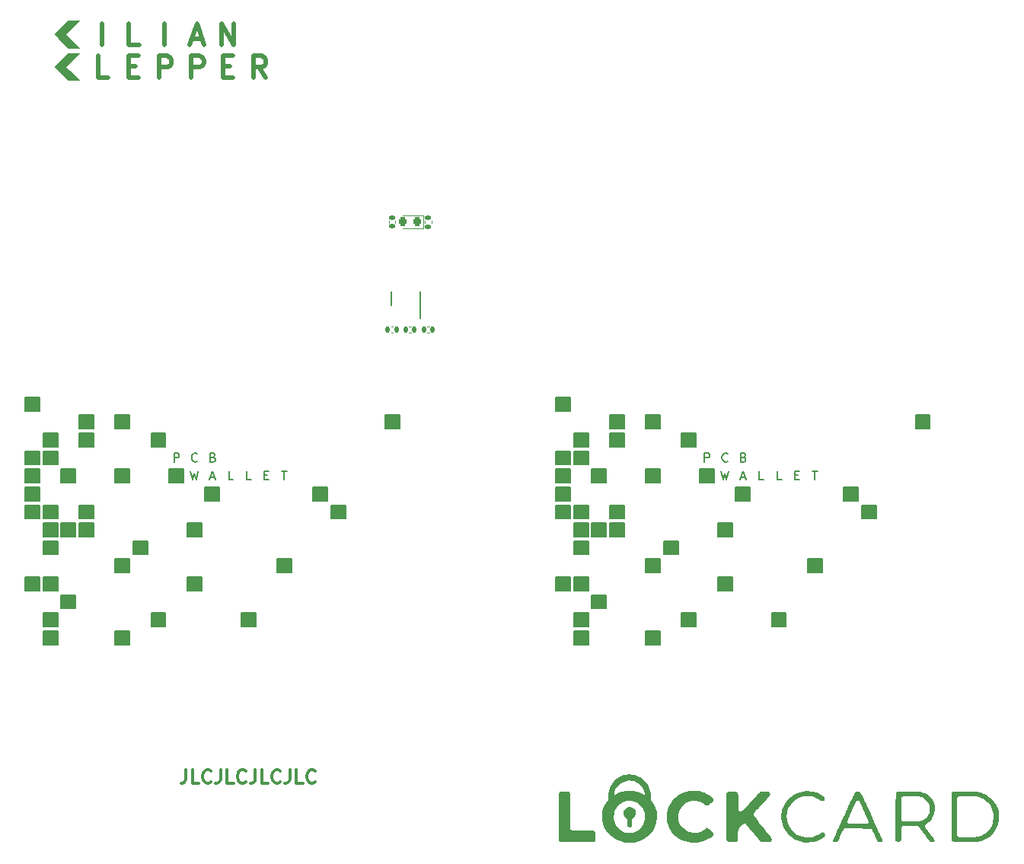
<source format=gto>
G04 #@! TF.GenerationSoftware,KiCad,Pcbnew,(6.0.7)*
G04 #@! TF.CreationDate,2023-01-11T21:48:03+01:00*
G04 #@! TF.ProjectId,PCBWallet,50434257-616c-46c6-9574-2e6b69636164,rev?*
G04 #@! TF.SameCoordinates,Original*
G04 #@! TF.FileFunction,Legend,Top*
G04 #@! TF.FilePolarity,Positive*
%FSLAX46Y46*%
G04 Gerber Fmt 4.6, Leading zero omitted, Abs format (unit mm)*
G04 Created by KiCad (PCBNEW (6.0.7)) date 2023-01-11 21:48:03*
%MOMM*%
%LPD*%
G01*
G04 APERTURE LIST*
G04 Aperture macros list*
%AMRoundRect*
0 Rectangle with rounded corners*
0 $1 Rounding radius*
0 $2 $3 $4 $5 $6 $7 $8 $9 X,Y pos of 4 corners*
0 Add a 4 corners polygon primitive as box body*
4,1,4,$2,$3,$4,$5,$6,$7,$8,$9,$2,$3,0*
0 Add four circle primitives for the rounded corners*
1,1,$1+$1,$2,$3*
1,1,$1+$1,$4,$5*
1,1,$1+$1,$6,$7*
1,1,$1+$1,$8,$9*
0 Add four rect primitives between the rounded corners*
20,1,$1+$1,$2,$3,$4,$5,0*
20,1,$1+$1,$4,$5,$6,$7,0*
20,1,$1+$1,$6,$7,$8,$9,0*
20,1,$1+$1,$8,$9,$2,$3,0*%
G04 Aperture macros list end*
%ADD10C,0.500000*%
%ADD11C,0.100000*%
%ADD12C,0.200000*%
%ADD13C,0.150000*%
%ADD14C,0.300000*%
%ADD15C,0.120000*%
%ADD16C,0.500000*%
%ADD17RoundRect,0.140000X0.170000X-0.140000X0.170000X0.140000X-0.170000X0.140000X-0.170000X-0.140000X0*%
%ADD18RoundRect,0.140000X-0.140000X-0.170000X0.140000X-0.170000X0.140000X0.170000X-0.140000X0.170000X0*%
%ADD19RoundRect,0.218750X0.218750X0.256250X-0.218750X0.256250X-0.218750X-0.256250X0.218750X-0.256250X0*%
%ADD20R,0.250000X0.700000*%
%ADD21R,2.380000X1.660000*%
%ADD22RoundRect,0.135000X0.185000X-0.135000X0.185000X0.135000X-0.185000X0.135000X-0.185000X-0.135000X0*%
%ADD23C,0.400000*%
G04 APERTURE END LIST*
D10*
X60242857Y-53685714D02*
X59442857Y-52542857D01*
X58871428Y-53685714D02*
X58871428Y-51285714D01*
X59785714Y-51285714D01*
X60014285Y-51400000D01*
X60128571Y-51514285D01*
X60242857Y-51742857D01*
X60242857Y-52085714D01*
X60128571Y-52314285D01*
X60014285Y-52428571D01*
X59785714Y-52542857D01*
X58871428Y-52542857D01*
X48371428Y-53685714D02*
X48371428Y-51285714D01*
X49285714Y-51285714D01*
X49514285Y-51400000D01*
X49628571Y-51514285D01*
X49742857Y-51742857D01*
X49742857Y-52085714D01*
X49628571Y-52314285D01*
X49514285Y-52428571D01*
X49285714Y-52542857D01*
X48371428Y-52542857D01*
X44985714Y-52428571D02*
X45785714Y-52428571D01*
X46128571Y-53685714D02*
X44985714Y-53685714D01*
X44985714Y-51285714D01*
X46128571Y-51285714D01*
X42742857Y-53685714D02*
X41600000Y-53685714D01*
X41600000Y-51285714D01*
D11*
G36*
X38000000Y-52500000D02*
G01*
X39500000Y-54000000D01*
X38250000Y-54000000D01*
X36750000Y-52500000D01*
X38250000Y-51000000D01*
X39500000Y-51000000D01*
X38000000Y-52500000D01*
G37*
X38000000Y-52500000D02*
X39500000Y-54000000D01*
X38250000Y-54000000D01*
X36750000Y-52500000D01*
X38250000Y-51000000D01*
X39500000Y-51000000D01*
X38000000Y-52500000D01*
D10*
X55485714Y-52428571D02*
X56285714Y-52428571D01*
X56628571Y-53685714D02*
X55485714Y-53685714D01*
X55485714Y-51285714D01*
X56628571Y-51285714D01*
X51971428Y-53685714D02*
X51971428Y-51285714D01*
X52885714Y-51285714D01*
X53114285Y-51400000D01*
X53228571Y-51514285D01*
X53342857Y-51742857D01*
X53342857Y-52085714D01*
X53228571Y-52314285D01*
X53114285Y-52428571D01*
X52885714Y-52542857D01*
X51971428Y-52542857D01*
X55314285Y-50085714D02*
X55314285Y-47685714D01*
X56685714Y-50085714D01*
X56685714Y-47685714D01*
X52028571Y-49400000D02*
X53171428Y-49400000D01*
X51800000Y-50085714D02*
X52600000Y-47685714D01*
X53400000Y-50085714D01*
X49000000Y-50085714D02*
X49000000Y-47685714D01*
X46142857Y-50085714D02*
X45000000Y-50085714D01*
X45000000Y-47685714D01*
D12*
X35500000Y-93250000D02*
X37100000Y-93250000D01*
X37100000Y-93250000D02*
X37100000Y-94750000D01*
X37100000Y-94750000D02*
X35500000Y-94750000D01*
X35500000Y-94750000D02*
X35500000Y-93250000D01*
G36*
X35500000Y-93250000D02*
G01*
X37100000Y-93250000D01*
X37100000Y-94750000D01*
X35500000Y-94750000D01*
X35500000Y-93250000D01*
G37*
X92500000Y-109250000D02*
X94100000Y-109250000D01*
X94100000Y-109250000D02*
X94100000Y-110750000D01*
X94100000Y-110750000D02*
X92500000Y-110750000D01*
X92500000Y-110750000D02*
X92500000Y-109250000D01*
G36*
X92500000Y-109250000D02*
G01*
X94100000Y-109250000D01*
X94100000Y-110750000D01*
X92500000Y-110750000D01*
X92500000Y-109250000D01*
G37*
X94500000Y-113250000D02*
X96100000Y-113250000D01*
X96100000Y-113250000D02*
X96100000Y-114750000D01*
X96100000Y-114750000D02*
X94500000Y-114750000D01*
X94500000Y-114750000D02*
X94500000Y-113250000D01*
G36*
X94500000Y-113250000D02*
G01*
X96100000Y-113250000D01*
X96100000Y-114750000D01*
X94500000Y-114750000D01*
X94500000Y-113250000D01*
G37*
X110500000Y-103250000D02*
X112100000Y-103250000D01*
X112100000Y-103250000D02*
X112100000Y-104750000D01*
X112100000Y-104750000D02*
X110500000Y-104750000D01*
X110500000Y-104750000D02*
X110500000Y-103250000D01*
G36*
X110500000Y-103250000D02*
G01*
X112100000Y-103250000D01*
X112100000Y-104750000D01*
X110500000Y-104750000D01*
X110500000Y-103250000D01*
G37*
X35500000Y-115250000D02*
X37100000Y-115250000D01*
X37100000Y-115250000D02*
X37100000Y-116750000D01*
X37100000Y-116750000D02*
X35500000Y-116750000D01*
X35500000Y-116750000D02*
X35500000Y-115250000D01*
G36*
X35500000Y-115250000D02*
G01*
X37100000Y-115250000D01*
X37100000Y-116750000D01*
X35500000Y-116750000D01*
X35500000Y-115250000D01*
G37*
X33500000Y-99250000D02*
X35100000Y-99250000D01*
X35100000Y-99250000D02*
X35100000Y-100750000D01*
X35100000Y-100750000D02*
X33500000Y-100750000D01*
X33500000Y-100750000D02*
X33500000Y-99250000D01*
G36*
X33500000Y-99250000D02*
G01*
X35100000Y-99250000D01*
X35100000Y-100750000D01*
X33500000Y-100750000D01*
X33500000Y-99250000D01*
G37*
X33500000Y-109250000D02*
X35100000Y-109250000D01*
X35100000Y-109250000D02*
X35100000Y-110750000D01*
X35100000Y-110750000D02*
X33500000Y-110750000D01*
X33500000Y-110750000D02*
X33500000Y-109250000D01*
G36*
X33500000Y-109250000D02*
G01*
X35100000Y-109250000D01*
X35100000Y-110750000D01*
X33500000Y-110750000D01*
X33500000Y-109250000D01*
G37*
X35500000Y-95250000D02*
X37100000Y-95250000D01*
X37100000Y-95250000D02*
X37100000Y-96750000D01*
X37100000Y-96750000D02*
X35500000Y-96750000D01*
X35500000Y-96750000D02*
X35500000Y-95250000D01*
G36*
X35500000Y-95250000D02*
G01*
X37100000Y-95250000D01*
X37100000Y-96750000D01*
X35500000Y-96750000D01*
X35500000Y-95250000D01*
G37*
X43500000Y-97250000D02*
X45100000Y-97250000D01*
X45100000Y-97250000D02*
X45100000Y-98750000D01*
X45100000Y-98750000D02*
X43500000Y-98750000D01*
X43500000Y-98750000D02*
X43500000Y-97250000D01*
G36*
X43500000Y-97250000D02*
G01*
X45100000Y-97250000D01*
X45100000Y-98750000D01*
X43500000Y-98750000D01*
X43500000Y-97250000D01*
G37*
X94500000Y-105250000D02*
X96100000Y-105250000D01*
X96100000Y-105250000D02*
X96100000Y-106750000D01*
X96100000Y-106750000D02*
X94500000Y-106750000D01*
X94500000Y-106750000D02*
X94500000Y-105250000D01*
G36*
X94500000Y-105250000D02*
G01*
X96100000Y-105250000D01*
X96100000Y-106750000D01*
X94500000Y-106750000D01*
X94500000Y-105250000D01*
G37*
X120500000Y-107250000D02*
X122100000Y-107250000D01*
X122100000Y-107250000D02*
X122100000Y-108750000D01*
X122100000Y-108750000D02*
X120500000Y-108750000D01*
X120500000Y-108750000D02*
X120500000Y-107250000D01*
G36*
X120500000Y-107250000D02*
G01*
X122100000Y-107250000D01*
X122100000Y-108750000D01*
X120500000Y-108750000D01*
X120500000Y-107250000D01*
G37*
X47500000Y-113250000D02*
X49100000Y-113250000D01*
X49100000Y-113250000D02*
X49100000Y-114750000D01*
X49100000Y-114750000D02*
X47500000Y-114750000D01*
X47500000Y-114750000D02*
X47500000Y-113250000D01*
G36*
X47500000Y-113250000D02*
G01*
X49100000Y-113250000D01*
X49100000Y-114750000D01*
X47500000Y-114750000D01*
X47500000Y-113250000D01*
G37*
X94500000Y-103250000D02*
X96100000Y-103250000D01*
X96100000Y-103250000D02*
X96100000Y-104750000D01*
X96100000Y-104750000D02*
X94500000Y-104750000D01*
X94500000Y-104750000D02*
X94500000Y-103250000D01*
G36*
X94500000Y-103250000D02*
G01*
X96100000Y-103250000D01*
X96100000Y-104750000D01*
X94500000Y-104750000D01*
X94500000Y-103250000D01*
G37*
X49500000Y-97250000D02*
X51100000Y-97250000D01*
X51100000Y-97250000D02*
X51100000Y-98750000D01*
X51100000Y-98750000D02*
X49500000Y-98750000D01*
X49500000Y-98750000D02*
X49500000Y-97250000D01*
G36*
X49500000Y-97250000D02*
G01*
X51100000Y-97250000D01*
X51100000Y-98750000D01*
X49500000Y-98750000D01*
X49500000Y-97250000D01*
G37*
X33500000Y-89250000D02*
X35100000Y-89250000D01*
X35100000Y-89250000D02*
X35100000Y-90750000D01*
X35100000Y-90750000D02*
X33500000Y-90750000D01*
X33500000Y-90750000D02*
X33500000Y-89250000D01*
G36*
X33500000Y-89250000D02*
G01*
X35100000Y-89250000D01*
X35100000Y-90750000D01*
X33500000Y-90750000D01*
X33500000Y-89250000D01*
G37*
X108500000Y-97250000D02*
X110100000Y-97250000D01*
X110100000Y-97250000D02*
X110100000Y-98750000D01*
X110100000Y-98750000D02*
X108500000Y-98750000D01*
X108500000Y-98750000D02*
X108500000Y-97250000D01*
G36*
X108500000Y-97250000D02*
G01*
X110100000Y-97250000D01*
X110100000Y-98750000D01*
X108500000Y-98750000D01*
X108500000Y-97250000D01*
G37*
X35500000Y-113250000D02*
X37100000Y-113250000D01*
X37100000Y-113250000D02*
X37100000Y-114750000D01*
X37100000Y-114750000D02*
X35500000Y-114750000D01*
X35500000Y-114750000D02*
X35500000Y-113250000D01*
G36*
X35500000Y-113250000D02*
G01*
X37100000Y-113250000D01*
X37100000Y-114750000D01*
X35500000Y-114750000D01*
X35500000Y-113250000D01*
G37*
X94500000Y-101250000D02*
X96100000Y-101250000D01*
X96100000Y-101250000D02*
X96100000Y-102750000D01*
X96100000Y-102750000D02*
X94500000Y-102750000D01*
X94500000Y-102750000D02*
X94500000Y-101250000D01*
G36*
X94500000Y-101250000D02*
G01*
X96100000Y-101250000D01*
X96100000Y-102750000D01*
X94500000Y-102750000D01*
X94500000Y-101250000D01*
G37*
X33500000Y-97250000D02*
X35100000Y-97250000D01*
X35100000Y-97250000D02*
X35100000Y-98750000D01*
X35100000Y-98750000D02*
X33500000Y-98750000D01*
X33500000Y-98750000D02*
X33500000Y-97250000D01*
G36*
X33500000Y-97250000D02*
G01*
X35100000Y-97250000D01*
X35100000Y-98750000D01*
X33500000Y-98750000D01*
X33500000Y-97250000D01*
G37*
X96500000Y-111250000D02*
X98100000Y-111250000D01*
X98100000Y-111250000D02*
X98100000Y-112750000D01*
X98100000Y-112750000D02*
X96500000Y-112750000D01*
X96500000Y-112750000D02*
X96500000Y-111250000D01*
G36*
X96500000Y-111250000D02*
G01*
X98100000Y-111250000D01*
X98100000Y-112750000D01*
X96500000Y-112750000D01*
X96500000Y-111250000D01*
G37*
D11*
G36*
X38000000Y-48900000D02*
G01*
X39500000Y-50400000D01*
X38250000Y-50400000D01*
X36750000Y-48900000D01*
X38250000Y-47400000D01*
X39500000Y-47400000D01*
X38000000Y-48900000D01*
G37*
X38000000Y-48900000D02*
X39500000Y-50400000D01*
X38250000Y-50400000D01*
X36750000Y-48900000D01*
X38250000Y-47400000D01*
X39500000Y-47400000D01*
X38000000Y-48900000D01*
D12*
X92500000Y-89250000D02*
X94100000Y-89250000D01*
X94100000Y-89250000D02*
X94100000Y-90750000D01*
X94100000Y-90750000D02*
X92500000Y-90750000D01*
X92500000Y-90750000D02*
X92500000Y-89250000D01*
G36*
X92500000Y-89250000D02*
G01*
X94100000Y-89250000D01*
X94100000Y-90750000D01*
X92500000Y-90750000D01*
X92500000Y-89250000D01*
G37*
X65500000Y-99250000D02*
X67100000Y-99250000D01*
X67100000Y-99250000D02*
X67100000Y-100750000D01*
X67100000Y-100750000D02*
X65500000Y-100750000D01*
X65500000Y-100750000D02*
X65500000Y-99250000D01*
G36*
X65500000Y-99250000D02*
G01*
X67100000Y-99250000D01*
X67100000Y-100750000D01*
X65500000Y-100750000D01*
X65500000Y-99250000D01*
G37*
X106500000Y-93250000D02*
X108100000Y-93250000D01*
X108100000Y-93250000D02*
X108100000Y-94750000D01*
X108100000Y-94750000D02*
X106500000Y-94750000D01*
X106500000Y-94750000D02*
X106500000Y-93250000D01*
G36*
X106500000Y-93250000D02*
G01*
X108100000Y-93250000D01*
X108100000Y-94750000D01*
X106500000Y-94750000D01*
X106500000Y-93250000D01*
G37*
X39500000Y-103250000D02*
X41100000Y-103250000D01*
X41100000Y-103250000D02*
X41100000Y-104750000D01*
X41100000Y-104750000D02*
X39500000Y-104750000D01*
X39500000Y-104750000D02*
X39500000Y-103250000D01*
G36*
X39500000Y-103250000D02*
G01*
X41100000Y-103250000D01*
X41100000Y-104750000D01*
X39500000Y-104750000D01*
X39500000Y-103250000D01*
G37*
X98500000Y-101250000D02*
X100100000Y-101250000D01*
X100100000Y-101250000D02*
X100100000Y-102750000D01*
X100100000Y-102750000D02*
X98500000Y-102750000D01*
X98500000Y-102750000D02*
X98500000Y-101250000D01*
G36*
X98500000Y-101250000D02*
G01*
X100100000Y-101250000D01*
X100100000Y-102750000D01*
X98500000Y-102750000D01*
X98500000Y-101250000D01*
G37*
X96500000Y-97250000D02*
X98100000Y-97250000D01*
X98100000Y-97250000D02*
X98100000Y-98750000D01*
X98100000Y-98750000D02*
X96500000Y-98750000D01*
X96500000Y-98750000D02*
X96500000Y-97250000D01*
G36*
X96500000Y-97250000D02*
G01*
X98100000Y-97250000D01*
X98100000Y-98750000D01*
X96500000Y-98750000D01*
X96500000Y-97250000D01*
G37*
X33500000Y-101250000D02*
X35100000Y-101250000D01*
X35100000Y-101250000D02*
X35100000Y-102750000D01*
X35100000Y-102750000D02*
X33500000Y-102750000D01*
X33500000Y-102750000D02*
X33500000Y-101250000D01*
G36*
X33500000Y-101250000D02*
G01*
X35100000Y-101250000D01*
X35100000Y-102750000D01*
X33500000Y-102750000D01*
X33500000Y-101250000D01*
G37*
X73500000Y-91250000D02*
X75100000Y-91250000D01*
X75100000Y-91250000D02*
X75100000Y-92750000D01*
X75100000Y-92750000D02*
X73500000Y-92750000D01*
X73500000Y-92750000D02*
X73500000Y-91250000D01*
G36*
X73500000Y-91250000D02*
G01*
X75100000Y-91250000D01*
X75100000Y-92750000D01*
X73500000Y-92750000D01*
X73500000Y-91250000D01*
G37*
X132500000Y-91250000D02*
X134100000Y-91250000D01*
X134100000Y-91250000D02*
X134100000Y-92750000D01*
X134100000Y-92750000D02*
X132500000Y-92750000D01*
X132500000Y-92750000D02*
X132500000Y-91250000D01*
G36*
X132500000Y-91250000D02*
G01*
X134100000Y-91250000D01*
X134100000Y-92750000D01*
X132500000Y-92750000D01*
X132500000Y-91250000D01*
G37*
X94500000Y-95250000D02*
X96100000Y-95250000D01*
X96100000Y-95250000D02*
X96100000Y-96750000D01*
X96100000Y-96750000D02*
X94500000Y-96750000D01*
X94500000Y-96750000D02*
X94500000Y-95250000D01*
G36*
X94500000Y-95250000D02*
G01*
X96100000Y-95250000D01*
X96100000Y-96750000D01*
X94500000Y-96750000D01*
X94500000Y-95250000D01*
G37*
X43500000Y-91250000D02*
X45100000Y-91250000D01*
X45100000Y-91250000D02*
X45100000Y-92750000D01*
X45100000Y-92750000D02*
X43500000Y-92750000D01*
X43500000Y-92750000D02*
X43500000Y-91250000D01*
G36*
X43500000Y-91250000D02*
G01*
X45100000Y-91250000D01*
X45100000Y-92750000D01*
X43500000Y-92750000D01*
X43500000Y-91250000D01*
G37*
X92500000Y-101250000D02*
X94100000Y-101250000D01*
X94100000Y-101250000D02*
X94100000Y-102750000D01*
X94100000Y-102750000D02*
X92500000Y-102750000D01*
X92500000Y-102750000D02*
X92500000Y-101250000D01*
G36*
X92500000Y-101250000D02*
G01*
X94100000Y-101250000D01*
X94100000Y-102750000D01*
X92500000Y-102750000D01*
X92500000Y-101250000D01*
G37*
X43500000Y-115250000D02*
X45100000Y-115250000D01*
X45100000Y-115250000D02*
X45100000Y-116750000D01*
X45100000Y-116750000D02*
X43500000Y-116750000D01*
X43500000Y-116750000D02*
X43500000Y-115250000D01*
G36*
X43500000Y-115250000D02*
G01*
X45100000Y-115250000D01*
X45100000Y-116750000D01*
X43500000Y-116750000D01*
X43500000Y-115250000D01*
G37*
X102500000Y-107250000D02*
X104100000Y-107250000D01*
X104100000Y-107250000D02*
X104100000Y-108750000D01*
X104100000Y-108750000D02*
X102500000Y-108750000D01*
X102500000Y-108750000D02*
X102500000Y-107250000D01*
G36*
X102500000Y-107250000D02*
G01*
X104100000Y-107250000D01*
X104100000Y-108750000D01*
X102500000Y-108750000D01*
X102500000Y-107250000D01*
G37*
X37500000Y-111250000D02*
X39100000Y-111250000D01*
X39100000Y-111250000D02*
X39100000Y-112750000D01*
X39100000Y-112750000D02*
X37500000Y-112750000D01*
X37500000Y-112750000D02*
X37500000Y-111250000D01*
G36*
X37500000Y-111250000D02*
G01*
X39100000Y-111250000D01*
X39100000Y-112750000D01*
X37500000Y-112750000D01*
X37500000Y-111250000D01*
G37*
X96500000Y-103250000D02*
X98100000Y-103250000D01*
X98100000Y-103250000D02*
X98100000Y-104750000D01*
X98100000Y-104750000D02*
X96500000Y-104750000D01*
X96500000Y-104750000D02*
X96500000Y-103250000D01*
G36*
X96500000Y-103250000D02*
G01*
X98100000Y-103250000D01*
X98100000Y-104750000D01*
X96500000Y-104750000D01*
X96500000Y-103250000D01*
G37*
X102500000Y-115250000D02*
X104100000Y-115250000D01*
X104100000Y-115250000D02*
X104100000Y-116750000D01*
X104100000Y-116750000D02*
X102500000Y-116750000D01*
X102500000Y-116750000D02*
X102500000Y-115250000D01*
G36*
X102500000Y-115250000D02*
G01*
X104100000Y-115250000D01*
X104100000Y-116750000D01*
X102500000Y-116750000D01*
X102500000Y-115250000D01*
G37*
X39500000Y-101250000D02*
X41100000Y-101250000D01*
X41100000Y-101250000D02*
X41100000Y-102750000D01*
X41100000Y-102750000D02*
X39500000Y-102750000D01*
X39500000Y-102750000D02*
X39500000Y-101250000D01*
G36*
X39500000Y-101250000D02*
G01*
X41100000Y-101250000D01*
X41100000Y-102750000D01*
X39500000Y-102750000D01*
X39500000Y-101250000D01*
G37*
X37500000Y-103250000D02*
X39100000Y-103250000D01*
X39100000Y-103250000D02*
X39100000Y-104750000D01*
X39100000Y-104750000D02*
X37500000Y-104750000D01*
X37500000Y-104750000D02*
X37500000Y-103250000D01*
G36*
X37500000Y-103250000D02*
G01*
X39100000Y-103250000D01*
X39100000Y-104750000D01*
X37500000Y-104750000D01*
X37500000Y-103250000D01*
G37*
X98500000Y-91250000D02*
X100100000Y-91250000D01*
X100100000Y-91250000D02*
X100100000Y-92750000D01*
X100100000Y-92750000D02*
X98500000Y-92750000D01*
X98500000Y-92750000D02*
X98500000Y-91250000D01*
G36*
X98500000Y-91250000D02*
G01*
X100100000Y-91250000D01*
X100100000Y-92750000D01*
X98500000Y-92750000D01*
X98500000Y-91250000D01*
G37*
X112500000Y-99250000D02*
X114100000Y-99250000D01*
X114100000Y-99250000D02*
X114100000Y-100750000D01*
X114100000Y-100750000D02*
X112500000Y-100750000D01*
X112500000Y-100750000D02*
X112500000Y-99250000D01*
G36*
X112500000Y-99250000D02*
G01*
X114100000Y-99250000D01*
X114100000Y-100750000D01*
X112500000Y-100750000D01*
X112500000Y-99250000D01*
G37*
X116500000Y-113250000D02*
X118100000Y-113250000D01*
X118100000Y-113250000D02*
X118100000Y-114750000D01*
X118100000Y-114750000D02*
X116500000Y-114750000D01*
X116500000Y-114750000D02*
X116500000Y-113250000D01*
G36*
X116500000Y-113250000D02*
G01*
X118100000Y-113250000D01*
X118100000Y-114750000D01*
X116500000Y-114750000D01*
X116500000Y-113250000D01*
G37*
X92500000Y-97250000D02*
X94100000Y-97250000D01*
X94100000Y-97250000D02*
X94100000Y-98750000D01*
X94100000Y-98750000D02*
X92500000Y-98750000D01*
X92500000Y-98750000D02*
X92500000Y-97250000D01*
G36*
X92500000Y-97250000D02*
G01*
X94100000Y-97250000D01*
X94100000Y-98750000D01*
X92500000Y-98750000D01*
X92500000Y-97250000D01*
G37*
X53500000Y-99250000D02*
X55100000Y-99250000D01*
X55100000Y-99250000D02*
X55100000Y-100750000D01*
X55100000Y-100750000D02*
X53500000Y-100750000D01*
X53500000Y-100750000D02*
X53500000Y-99250000D01*
G36*
X53500000Y-99250000D02*
G01*
X55100000Y-99250000D01*
X55100000Y-100750000D01*
X53500000Y-100750000D01*
X53500000Y-99250000D01*
G37*
X102500000Y-91250000D02*
X104100000Y-91250000D01*
X104100000Y-91250000D02*
X104100000Y-92750000D01*
X104100000Y-92750000D02*
X102500000Y-92750000D01*
X102500000Y-92750000D02*
X102500000Y-91250000D01*
G36*
X102500000Y-91250000D02*
G01*
X104100000Y-91250000D01*
X104100000Y-92750000D01*
X102500000Y-92750000D01*
X102500000Y-91250000D01*
G37*
X110500000Y-109250000D02*
X112100000Y-109250000D01*
X112100000Y-109250000D02*
X112100000Y-110750000D01*
X112100000Y-110750000D02*
X110500000Y-110750000D01*
X110500000Y-110750000D02*
X110500000Y-109250000D01*
G36*
X110500000Y-109250000D02*
G01*
X112100000Y-109250000D01*
X112100000Y-110750000D01*
X110500000Y-110750000D01*
X110500000Y-109250000D01*
G37*
X94500000Y-115250000D02*
X96100000Y-115250000D01*
X96100000Y-115250000D02*
X96100000Y-116750000D01*
X96100000Y-116750000D02*
X94500000Y-116750000D01*
X94500000Y-116750000D02*
X94500000Y-115250000D01*
G36*
X94500000Y-115250000D02*
G01*
X96100000Y-115250000D01*
X96100000Y-116750000D01*
X94500000Y-116750000D01*
X94500000Y-115250000D01*
G37*
X104500000Y-105250000D02*
X106100000Y-105250000D01*
X106100000Y-105250000D02*
X106100000Y-106750000D01*
X106100000Y-106750000D02*
X104500000Y-106750000D01*
X104500000Y-106750000D02*
X104500000Y-105250000D01*
G36*
X104500000Y-105250000D02*
G01*
X106100000Y-105250000D01*
X106100000Y-106750000D01*
X104500000Y-106750000D01*
X104500000Y-105250000D01*
G37*
X37500000Y-97250000D02*
X39100000Y-97250000D01*
X39100000Y-97250000D02*
X39100000Y-98750000D01*
X39100000Y-98750000D02*
X37500000Y-98750000D01*
X37500000Y-98750000D02*
X37500000Y-97250000D01*
G36*
X37500000Y-97250000D02*
G01*
X39100000Y-97250000D01*
X39100000Y-98750000D01*
X37500000Y-98750000D01*
X37500000Y-97250000D01*
G37*
X47500000Y-93250000D02*
X49100000Y-93250000D01*
X49100000Y-93250000D02*
X49100000Y-94750000D01*
X49100000Y-94750000D02*
X47500000Y-94750000D01*
X47500000Y-94750000D02*
X47500000Y-93250000D01*
G36*
X47500000Y-93250000D02*
G01*
X49100000Y-93250000D01*
X49100000Y-94750000D01*
X47500000Y-94750000D01*
X47500000Y-93250000D01*
G37*
X126500000Y-101250000D02*
X128100000Y-101250000D01*
X128100000Y-101250000D02*
X128100000Y-102750000D01*
X128100000Y-102750000D02*
X126500000Y-102750000D01*
X126500000Y-102750000D02*
X126500000Y-101250000D01*
G36*
X126500000Y-101250000D02*
G01*
X128100000Y-101250000D01*
X128100000Y-102750000D01*
X126500000Y-102750000D01*
X126500000Y-101250000D01*
G37*
X33500000Y-95250000D02*
X35100000Y-95250000D01*
X35100000Y-95250000D02*
X35100000Y-96750000D01*
X35100000Y-96750000D02*
X33500000Y-96750000D01*
X33500000Y-96750000D02*
X33500000Y-95250000D01*
G36*
X33500000Y-95250000D02*
G01*
X35100000Y-95250000D01*
X35100000Y-96750000D01*
X33500000Y-96750000D01*
X33500000Y-95250000D01*
G37*
X35500000Y-105250000D02*
X37100000Y-105250000D01*
X37100000Y-105250000D02*
X37100000Y-106750000D01*
X37100000Y-106750000D02*
X35500000Y-106750000D01*
X35500000Y-106750000D02*
X35500000Y-105250000D01*
G36*
X35500000Y-105250000D02*
G01*
X37100000Y-105250000D01*
X37100000Y-106750000D01*
X35500000Y-106750000D01*
X35500000Y-105250000D01*
G37*
X39500000Y-91250000D02*
X41100000Y-91250000D01*
X41100000Y-91250000D02*
X41100000Y-92750000D01*
X41100000Y-92750000D02*
X39500000Y-92750000D01*
X39500000Y-92750000D02*
X39500000Y-91250000D01*
G36*
X39500000Y-91250000D02*
G01*
X41100000Y-91250000D01*
X41100000Y-92750000D01*
X39500000Y-92750000D01*
X39500000Y-91250000D01*
G37*
X43500000Y-107250000D02*
X45100000Y-107250000D01*
X45100000Y-107250000D02*
X45100000Y-108750000D01*
X45100000Y-108750000D02*
X43500000Y-108750000D01*
X43500000Y-108750000D02*
X43500000Y-107250000D01*
G36*
X43500000Y-107250000D02*
G01*
X45100000Y-107250000D01*
X45100000Y-108750000D01*
X43500000Y-108750000D01*
X43500000Y-107250000D01*
G37*
X61500000Y-107250000D02*
X63100000Y-107250000D01*
X63100000Y-107250000D02*
X63100000Y-108750000D01*
X63100000Y-108750000D02*
X61500000Y-108750000D01*
X61500000Y-108750000D02*
X61500000Y-107250000D01*
G36*
X61500000Y-107250000D02*
G01*
X63100000Y-107250000D01*
X63100000Y-108750000D01*
X61500000Y-108750000D01*
X61500000Y-107250000D01*
G37*
X35500000Y-103250000D02*
X37100000Y-103250000D01*
X37100000Y-103250000D02*
X37100000Y-104750000D01*
X37100000Y-104750000D02*
X35500000Y-104750000D01*
X35500000Y-104750000D02*
X35500000Y-103250000D01*
G36*
X35500000Y-103250000D02*
G01*
X37100000Y-103250000D01*
X37100000Y-104750000D01*
X35500000Y-104750000D01*
X35500000Y-103250000D01*
G37*
X102500000Y-97250000D02*
X104100000Y-97250000D01*
X104100000Y-97250000D02*
X104100000Y-98750000D01*
X104100000Y-98750000D02*
X102500000Y-98750000D01*
X102500000Y-98750000D02*
X102500000Y-97250000D01*
G36*
X102500000Y-97250000D02*
G01*
X104100000Y-97250000D01*
X104100000Y-98750000D01*
X102500000Y-98750000D01*
X102500000Y-97250000D01*
G37*
X94500000Y-109250000D02*
X96100000Y-109250000D01*
X96100000Y-109250000D02*
X96100000Y-110750000D01*
X96100000Y-110750000D02*
X94500000Y-110750000D01*
X94500000Y-110750000D02*
X94500000Y-109250000D01*
G36*
X94500000Y-109250000D02*
G01*
X96100000Y-109250000D01*
X96100000Y-110750000D01*
X94500000Y-110750000D01*
X94500000Y-109250000D01*
G37*
X92500000Y-95250000D02*
X94100000Y-95250000D01*
X94100000Y-95250000D02*
X94100000Y-96750000D01*
X94100000Y-96750000D02*
X92500000Y-96750000D01*
X92500000Y-96750000D02*
X92500000Y-95250000D01*
G36*
X92500000Y-95250000D02*
G01*
X94100000Y-95250000D01*
X94100000Y-96750000D01*
X92500000Y-96750000D01*
X92500000Y-95250000D01*
G37*
X124500000Y-99250000D02*
X126100000Y-99250000D01*
X126100000Y-99250000D02*
X126100000Y-100750000D01*
X126100000Y-100750000D02*
X124500000Y-100750000D01*
X124500000Y-100750000D02*
X124500000Y-99250000D01*
G36*
X124500000Y-99250000D02*
G01*
X126100000Y-99250000D01*
X126100000Y-100750000D01*
X124500000Y-100750000D01*
X124500000Y-99250000D01*
G37*
X35500000Y-101250000D02*
X37100000Y-101250000D01*
X37100000Y-101250000D02*
X37100000Y-102750000D01*
X37100000Y-102750000D02*
X35500000Y-102750000D01*
X35500000Y-102750000D02*
X35500000Y-101250000D01*
G36*
X35500000Y-101250000D02*
G01*
X37100000Y-101250000D01*
X37100000Y-102750000D01*
X35500000Y-102750000D01*
X35500000Y-101250000D01*
G37*
X57500000Y-113250000D02*
X59100000Y-113250000D01*
X59100000Y-113250000D02*
X59100000Y-114750000D01*
X59100000Y-114750000D02*
X57500000Y-114750000D01*
X57500000Y-114750000D02*
X57500000Y-113250000D01*
G36*
X57500000Y-113250000D02*
G01*
X59100000Y-113250000D01*
X59100000Y-114750000D01*
X57500000Y-114750000D01*
X57500000Y-113250000D01*
G37*
X35500000Y-109250000D02*
X37100000Y-109250000D01*
X37100000Y-109250000D02*
X37100000Y-110750000D01*
X37100000Y-110750000D02*
X35500000Y-110750000D01*
X35500000Y-110750000D02*
X35500000Y-109250000D01*
G36*
X35500000Y-109250000D02*
G01*
X37100000Y-109250000D01*
X37100000Y-110750000D01*
X35500000Y-110750000D01*
X35500000Y-109250000D01*
G37*
X98500000Y-93250000D02*
X100100000Y-93250000D01*
X100100000Y-93250000D02*
X100100000Y-94750000D01*
X100100000Y-94750000D02*
X98500000Y-94750000D01*
X98500000Y-94750000D02*
X98500000Y-93250000D01*
G36*
X98500000Y-93250000D02*
G01*
X100100000Y-93250000D01*
X100100000Y-94750000D01*
X98500000Y-94750000D01*
X98500000Y-93250000D01*
G37*
X98500000Y-103250000D02*
X100100000Y-103250000D01*
X100100000Y-103250000D02*
X100100000Y-104750000D01*
X100100000Y-104750000D02*
X98500000Y-104750000D01*
X98500000Y-104750000D02*
X98500000Y-103250000D01*
G36*
X98500000Y-103250000D02*
G01*
X100100000Y-103250000D01*
X100100000Y-104750000D01*
X98500000Y-104750000D01*
X98500000Y-103250000D01*
G37*
X51500000Y-103250000D02*
X53100000Y-103250000D01*
X53100000Y-103250000D02*
X53100000Y-104750000D01*
X53100000Y-104750000D02*
X51500000Y-104750000D01*
X51500000Y-104750000D02*
X51500000Y-103250000D01*
G36*
X51500000Y-103250000D02*
G01*
X53100000Y-103250000D01*
X53100000Y-104750000D01*
X51500000Y-104750000D01*
X51500000Y-103250000D01*
G37*
X106500000Y-113250000D02*
X108100000Y-113250000D01*
X108100000Y-113250000D02*
X108100000Y-114750000D01*
X108100000Y-114750000D02*
X106500000Y-114750000D01*
X106500000Y-114750000D02*
X106500000Y-113250000D01*
G36*
X106500000Y-113250000D02*
G01*
X108100000Y-113250000D01*
X108100000Y-114750000D01*
X106500000Y-114750000D01*
X106500000Y-113250000D01*
G37*
X92500000Y-99250000D02*
X94100000Y-99250000D01*
X94100000Y-99250000D02*
X94100000Y-100750000D01*
X94100000Y-100750000D02*
X92500000Y-100750000D01*
X92500000Y-100750000D02*
X92500000Y-99250000D01*
G36*
X92500000Y-99250000D02*
G01*
X94100000Y-99250000D01*
X94100000Y-100750000D01*
X92500000Y-100750000D01*
X92500000Y-99250000D01*
G37*
X45500000Y-105250000D02*
X47100000Y-105250000D01*
X47100000Y-105250000D02*
X47100000Y-106750000D01*
X47100000Y-106750000D02*
X45500000Y-106750000D01*
X45500000Y-106750000D02*
X45500000Y-105250000D01*
G36*
X45500000Y-105250000D02*
G01*
X47100000Y-105250000D01*
X47100000Y-106750000D01*
X45500000Y-106750000D01*
X45500000Y-105250000D01*
G37*
X39500000Y-93250000D02*
X41100000Y-93250000D01*
X41100000Y-93250000D02*
X41100000Y-94750000D01*
X41100000Y-94750000D02*
X39500000Y-94750000D01*
X39500000Y-94750000D02*
X39500000Y-93250000D01*
G36*
X39500000Y-93250000D02*
G01*
X41100000Y-93250000D01*
X41100000Y-94750000D01*
X39500000Y-94750000D01*
X39500000Y-93250000D01*
G37*
X94500000Y-93250000D02*
X96100000Y-93250000D01*
X96100000Y-93250000D02*
X96100000Y-94750000D01*
X96100000Y-94750000D02*
X94500000Y-94750000D01*
X94500000Y-94750000D02*
X94500000Y-93250000D01*
G36*
X94500000Y-93250000D02*
G01*
X96100000Y-93250000D01*
X96100000Y-94750000D01*
X94500000Y-94750000D01*
X94500000Y-93250000D01*
G37*
X51500000Y-109250000D02*
X53100000Y-109250000D01*
X53100000Y-109250000D02*
X53100000Y-110750000D01*
X53100000Y-110750000D02*
X51500000Y-110750000D01*
X51500000Y-110750000D02*
X51500000Y-109250000D01*
G36*
X51500000Y-109250000D02*
G01*
X53100000Y-109250000D01*
X53100000Y-110750000D01*
X51500000Y-110750000D01*
X51500000Y-109250000D01*
G37*
X67500000Y-101250000D02*
X69100000Y-101250000D01*
X69100000Y-101250000D02*
X69100000Y-102750000D01*
X69100000Y-102750000D02*
X67500000Y-102750000D01*
X67500000Y-102750000D02*
X67500000Y-101250000D01*
G36*
X67500000Y-101250000D02*
G01*
X69100000Y-101250000D01*
X69100000Y-102750000D01*
X67500000Y-102750000D01*
X67500000Y-101250000D01*
G37*
D13*
X115609523Y-98452380D02*
X115133333Y-98452380D01*
X115133333Y-97452380D01*
X50038095Y-96452380D02*
X50038095Y-95452380D01*
X50419047Y-95452380D01*
X50514285Y-95500000D01*
X50561904Y-95547619D01*
X50609523Y-95642857D01*
X50609523Y-95785714D01*
X50561904Y-95880952D01*
X50514285Y-95928571D01*
X50419047Y-95976190D01*
X50038095Y-95976190D01*
X113061904Y-98166666D02*
X113538095Y-98166666D01*
X112966666Y-98452380D02*
X113300000Y-97452380D01*
X113633333Y-98452380D01*
X62014285Y-97452380D02*
X62585714Y-97452380D01*
X62300000Y-98452380D02*
X62300000Y-97452380D01*
X111609523Y-96357142D02*
X111561904Y-96404761D01*
X111419047Y-96452380D01*
X111323809Y-96452380D01*
X111180952Y-96404761D01*
X111085714Y-96309523D01*
X111038095Y-96214285D01*
X110990476Y-96023809D01*
X110990476Y-95880952D01*
X111038095Y-95690476D01*
X111085714Y-95595238D01*
X111180952Y-95500000D01*
X111323809Y-95452380D01*
X111419047Y-95452380D01*
X111561904Y-95500000D01*
X111609523Y-95547619D01*
X113371428Y-95928571D02*
X113514285Y-95976190D01*
X113561904Y-96023809D01*
X113609523Y-96119047D01*
X113609523Y-96261904D01*
X113561904Y-96357142D01*
X113514285Y-96404761D01*
X113419047Y-96452380D01*
X113038095Y-96452380D01*
X113038095Y-95452380D01*
X113371428Y-95452380D01*
X113466666Y-95500000D01*
X113514285Y-95547619D01*
X113561904Y-95642857D01*
X113561904Y-95738095D01*
X113514285Y-95833333D01*
X113466666Y-95880952D01*
X113371428Y-95928571D01*
X113038095Y-95928571D01*
X51871428Y-97452380D02*
X52109523Y-98452380D01*
X52300000Y-97738095D01*
X52490476Y-98452380D01*
X52728571Y-97452380D01*
X60085714Y-97928571D02*
X60419047Y-97928571D01*
X60561904Y-98452380D02*
X60085714Y-98452380D01*
X60085714Y-97452380D01*
X60561904Y-97452380D01*
X119085714Y-97928571D02*
X119419047Y-97928571D01*
X119561904Y-98452380D02*
X119085714Y-98452380D01*
X119085714Y-97452380D01*
X119561904Y-97452380D01*
X54061904Y-98166666D02*
X54538095Y-98166666D01*
X53966666Y-98452380D02*
X54300000Y-97452380D01*
X54633333Y-98452380D01*
X110871428Y-97452380D02*
X111109523Y-98452380D01*
X111300000Y-97738095D01*
X111490476Y-98452380D01*
X111728571Y-97452380D01*
X117609523Y-98452380D02*
X117133333Y-98452380D01*
X117133333Y-97452380D01*
X54371428Y-95928571D02*
X54514285Y-95976190D01*
X54561904Y-96023809D01*
X54609523Y-96119047D01*
X54609523Y-96261904D01*
X54561904Y-96357142D01*
X54514285Y-96404761D01*
X54419047Y-96452380D01*
X54038095Y-96452380D01*
X54038095Y-95452380D01*
X54371428Y-95452380D01*
X54466666Y-95500000D01*
X54514285Y-95547619D01*
X54561904Y-95642857D01*
X54561904Y-95738095D01*
X54514285Y-95833333D01*
X54466666Y-95880952D01*
X54371428Y-95928571D01*
X54038095Y-95928571D01*
X56609523Y-98452380D02*
X56133333Y-98452380D01*
X56133333Y-97452380D01*
X58609523Y-98452380D02*
X58133333Y-98452380D01*
X58133333Y-97452380D01*
D10*
X42000000Y-50085714D02*
X42000000Y-47685714D01*
D13*
X121014285Y-97452380D02*
X121585714Y-97452380D01*
X121300000Y-98452380D02*
X121300000Y-97452380D01*
X52609523Y-96357142D02*
X52561904Y-96404761D01*
X52419047Y-96452380D01*
X52323809Y-96452380D01*
X52180952Y-96404761D01*
X52085714Y-96309523D01*
X52038095Y-96214285D01*
X51990476Y-96023809D01*
X51990476Y-95880952D01*
X52038095Y-95690476D01*
X52085714Y-95595238D01*
X52180952Y-95500000D01*
X52323809Y-95452380D01*
X52419047Y-95452380D01*
X52561904Y-95500000D01*
X52609523Y-95547619D01*
D14*
X51371428Y-130678571D02*
X51371428Y-131750000D01*
X51300000Y-131964285D01*
X51157142Y-132107142D01*
X50942857Y-132178571D01*
X50800000Y-132178571D01*
X52800000Y-132178571D02*
X52085714Y-132178571D01*
X52085714Y-130678571D01*
X54157142Y-132035714D02*
X54085714Y-132107142D01*
X53871428Y-132178571D01*
X53728571Y-132178571D01*
X53514285Y-132107142D01*
X53371428Y-131964285D01*
X53300000Y-131821428D01*
X53228571Y-131535714D01*
X53228571Y-131321428D01*
X53300000Y-131035714D01*
X53371428Y-130892857D01*
X53514285Y-130750000D01*
X53728571Y-130678571D01*
X53871428Y-130678571D01*
X54085714Y-130750000D01*
X54157142Y-130821428D01*
X55228571Y-130678571D02*
X55228571Y-131750000D01*
X55157142Y-131964285D01*
X55014285Y-132107142D01*
X54800000Y-132178571D01*
X54657142Y-132178571D01*
X56657142Y-132178571D02*
X55942857Y-132178571D01*
X55942857Y-130678571D01*
X58014285Y-132035714D02*
X57942857Y-132107142D01*
X57728571Y-132178571D01*
X57585714Y-132178571D01*
X57371428Y-132107142D01*
X57228571Y-131964285D01*
X57157142Y-131821428D01*
X57085714Y-131535714D01*
X57085714Y-131321428D01*
X57157142Y-131035714D01*
X57228571Y-130892857D01*
X57371428Y-130750000D01*
X57585714Y-130678571D01*
X57728571Y-130678571D01*
X57942857Y-130750000D01*
X58014285Y-130821428D01*
X59085714Y-130678571D02*
X59085714Y-131750000D01*
X59014285Y-131964285D01*
X58871428Y-132107142D01*
X58657142Y-132178571D01*
X58514285Y-132178571D01*
X60514285Y-132178571D02*
X59800000Y-132178571D01*
X59800000Y-130678571D01*
X61871428Y-132035714D02*
X61800000Y-132107142D01*
X61585714Y-132178571D01*
X61442857Y-132178571D01*
X61228571Y-132107142D01*
X61085714Y-131964285D01*
X61014285Y-131821428D01*
X60942857Y-131535714D01*
X60942857Y-131321428D01*
X61014285Y-131035714D01*
X61085714Y-130892857D01*
X61228571Y-130750000D01*
X61442857Y-130678571D01*
X61585714Y-130678571D01*
X61800000Y-130750000D01*
X61871428Y-130821428D01*
X62942857Y-130678571D02*
X62942857Y-131750000D01*
X62871428Y-131964285D01*
X62728571Y-132107142D01*
X62514285Y-132178571D01*
X62371428Y-132178571D01*
X64371428Y-132178571D02*
X63657142Y-132178571D01*
X63657142Y-130678571D01*
X65728571Y-132035714D02*
X65657142Y-132107142D01*
X65442857Y-132178571D01*
X65300000Y-132178571D01*
X65085714Y-132107142D01*
X64942857Y-131964285D01*
X64871428Y-131821428D01*
X64800000Y-131535714D01*
X64800000Y-131321428D01*
X64871428Y-131035714D01*
X64942857Y-130892857D01*
X65085714Y-130750000D01*
X65300000Y-130678571D01*
X65442857Y-130678571D01*
X65657142Y-130750000D01*
X65728571Y-130821428D01*
D13*
X109038095Y-96452380D02*
X109038095Y-95452380D01*
X109419047Y-95452380D01*
X109514285Y-95500000D01*
X109561904Y-95547619D01*
X109609523Y-95642857D01*
X109609523Y-95785714D01*
X109561904Y-95880952D01*
X109514285Y-95928571D01*
X109419047Y-95976190D01*
X109038095Y-95976190D01*
G36*
X100867529Y-134842664D02*
G01*
X101001024Y-134882697D01*
X101009138Y-134886376D01*
X101143615Y-134972641D01*
X101260497Y-135092387D01*
X101347592Y-135231518D01*
X101379345Y-135314466D01*
X101405429Y-135481293D01*
X101391099Y-135648411D01*
X101340040Y-135806136D01*
X101255934Y-135944787D01*
X101142465Y-136054681D01*
X101083712Y-136091684D01*
X100995946Y-136138949D01*
X100995946Y-136502352D01*
X100994171Y-136668238D01*
X100987608Y-136793072D01*
X100974399Y-136884748D01*
X100952685Y-136951163D01*
X100920608Y-137000212D01*
X100876308Y-137039788D01*
X100868043Y-137045712D01*
X100783679Y-137078069D01*
X100682069Y-137078510D01*
X100582714Y-137047584D01*
X100563965Y-137037158D01*
X100516710Y-137000900D01*
X100481886Y-136953150D01*
X100457750Y-136886574D01*
X100442561Y-136793834D01*
X100434580Y-136667594D01*
X100432064Y-136500517D01*
X100432046Y-136481294D01*
X100431516Y-136342732D01*
X100429303Y-136245508D01*
X100424470Y-136181932D01*
X100416080Y-136144313D01*
X100403196Y-136124960D01*
X100387676Y-136117021D01*
X100335276Y-136085945D01*
X100267806Y-136027165D01*
X100197691Y-135953578D01*
X100137356Y-135878081D01*
X100102620Y-135821154D01*
X100044773Y-135646683D01*
X100032386Y-135471296D01*
X100062870Y-135302169D01*
X100133637Y-135146475D01*
X100242097Y-135011390D01*
X100385663Y-134904089D01*
X100444305Y-134874160D01*
X100569793Y-134837977D01*
X100717327Y-134827617D01*
X100867529Y-134842664D01*
G37*
G36*
X115696274Y-133116754D02*
G01*
X115735472Y-133117369D01*
X116169110Y-133124420D01*
X116243902Y-133196138D01*
X116313892Y-133290816D01*
X116336746Y-133392937D01*
X116311608Y-133497942D01*
X116303559Y-133513818D01*
X116278308Y-133547707D01*
X116222847Y-133613640D01*
X116140513Y-133707901D01*
X116034648Y-133826773D01*
X115908589Y-133966539D01*
X115765675Y-134123484D01*
X115609247Y-134293891D01*
X115442642Y-134474044D01*
X115387644Y-134533231D01*
X115218895Y-134715480D01*
X115059689Y-134889080D01*
X114913308Y-135050337D01*
X114783035Y-135195558D01*
X114672150Y-135321049D01*
X114583936Y-135423117D01*
X114521675Y-135498069D01*
X114488649Y-135542211D01*
X114484733Y-135549367D01*
X114465429Y-135614812D01*
X114472215Y-135672628D01*
X114487665Y-135713378D01*
X114508742Y-135746716D01*
X114557686Y-135814980D01*
X114631848Y-135914717D01*
X114728578Y-136042472D01*
X114845226Y-136194790D01*
X114979143Y-136368218D01*
X115127678Y-136559301D01*
X115288182Y-136764584D01*
X115458006Y-136980613D01*
X115519293Y-137058296D01*
X115717568Y-137309430D01*
X115887616Y-137525082D01*
X116031604Y-137708248D01*
X116151701Y-137861925D01*
X116250074Y-137989110D01*
X116328889Y-138092799D01*
X116390315Y-138175988D01*
X116436518Y-138241675D01*
X116469666Y-138292854D01*
X116491927Y-138332524D01*
X116505468Y-138363681D01*
X116512456Y-138389320D01*
X116515059Y-138412440D01*
X116515444Y-138435512D01*
X116509151Y-138517505D01*
X116483671Y-138576444D01*
X116440006Y-138626685D01*
X116364568Y-138702123D01*
X115844785Y-138702123D01*
X115664231Y-138701520D01*
X115526422Y-138699443D01*
X115425081Y-138695486D01*
X115353928Y-138689248D01*
X115306687Y-138680325D01*
X115277079Y-138668312D01*
X115272474Y-138665330D01*
X115246937Y-138639326D01*
X115193940Y-138578930D01*
X115116693Y-138488006D01*
X115018408Y-138370420D01*
X114902295Y-138230038D01*
X114771566Y-138070723D01*
X114629432Y-137896343D01*
X114479104Y-137710761D01*
X114467850Y-137696822D01*
X114316637Y-137510061D01*
X114173045Y-137333798D01*
X114040340Y-137171965D01*
X113921784Y-137028493D01*
X113820644Y-136907313D01*
X113740182Y-136812355D01*
X113683663Y-136747551D01*
X113654351Y-136716832D01*
X113653510Y-136716144D01*
X113569205Y-136676740D01*
X113490371Y-136666701D01*
X113451330Y-136668140D01*
X113416541Y-136676244D01*
X113379325Y-136696080D01*
X113333003Y-136732715D01*
X113270896Y-136791215D01*
X113186324Y-136876645D01*
X113110569Y-136954781D01*
X113013368Y-137058001D01*
X112926546Y-137155160D01*
X112856868Y-137238307D01*
X112811096Y-137299492D01*
X112797973Y-137322233D01*
X112786267Y-137363229D01*
X112777365Y-137427936D01*
X112770994Y-137521660D01*
X112766879Y-137649710D01*
X112764747Y-137817394D01*
X112764285Y-137976187D01*
X112764285Y-138551247D01*
X112613409Y-138702123D01*
X112131077Y-138702001D01*
X111965293Y-138701717D01*
X111841217Y-138700469D01*
X111751523Y-138697524D01*
X111688885Y-138692146D01*
X111645975Y-138683601D01*
X111615468Y-138671154D01*
X111590038Y-138654071D01*
X111580953Y-138646837D01*
X111526435Y-138583496D01*
X111489380Y-138507429D01*
X111489013Y-138506146D01*
X111485108Y-138467848D01*
X111481542Y-138384553D01*
X111478316Y-138260297D01*
X111475429Y-138099116D01*
X111472880Y-137905048D01*
X111470670Y-137682127D01*
X111468797Y-137434391D01*
X111467262Y-137165876D01*
X111466065Y-136880618D01*
X111465204Y-136582654D01*
X111464679Y-136276020D01*
X111464490Y-135964752D01*
X111464638Y-135652886D01*
X111465120Y-135344460D01*
X111465938Y-135043509D01*
X111467090Y-134754070D01*
X111468576Y-134480179D01*
X111470396Y-134225872D01*
X111472550Y-133995186D01*
X111475036Y-133792157D01*
X111477856Y-133620821D01*
X111481008Y-133485216D01*
X111484492Y-133389376D01*
X111488307Y-133337339D01*
X111489481Y-133330997D01*
X111524480Y-133252969D01*
X111575390Y-133185552D01*
X111577131Y-133183893D01*
X111600059Y-133163609D01*
X111624341Y-133148557D01*
X111657180Y-133137956D01*
X111705780Y-133131027D01*
X111777343Y-133126988D01*
X111879072Y-133125061D01*
X112018171Y-133124464D01*
X112126235Y-133124420D01*
X112281352Y-133123675D01*
X112410249Y-133124198D01*
X112515343Y-133130127D01*
X112599053Y-133145597D01*
X112663795Y-133174747D01*
X112711987Y-133221713D01*
X112746047Y-133290632D01*
X112768393Y-133385642D01*
X112781442Y-133510880D01*
X112787612Y-133670483D01*
X112789320Y-133868587D01*
X112788983Y-134109331D01*
X112788803Y-134258236D01*
X112788855Y-134498398D01*
X112789497Y-134694443D01*
X112791455Y-134851289D01*
X112795455Y-134973851D01*
X112802224Y-135067048D01*
X112812488Y-135135797D01*
X112826973Y-135185015D01*
X112846407Y-135219620D01*
X112871514Y-135244528D01*
X112903022Y-135264657D01*
X112940374Y-135284259D01*
X112974351Y-135301410D01*
X113005592Y-135313730D01*
X113036921Y-135318822D01*
X113071165Y-135314283D01*
X113111149Y-135297715D01*
X113159699Y-135266716D01*
X113219640Y-135218887D01*
X113293797Y-135151828D01*
X113384997Y-135063137D01*
X113496064Y-134950416D01*
X113629825Y-134811263D01*
X113789105Y-134643279D01*
X113976730Y-134444064D01*
X114163704Y-134245085D01*
X114344422Y-134053369D01*
X114517021Y-133871506D01*
X114678269Y-133702816D01*
X114824938Y-133550620D01*
X114953798Y-133418239D01*
X115061620Y-133308995D01*
X115145172Y-133226207D01*
X115201227Y-133173198D01*
X115224642Y-133154145D01*
X115258256Y-133138164D01*
X115299229Y-133126848D01*
X115355541Y-133119623D01*
X115435167Y-133115916D01*
X115546085Y-133115151D01*
X115696274Y-133116754D01*
G37*
G36*
X93674097Y-133113228D02*
G01*
X93797969Y-133120715D01*
X93895464Y-133132035D01*
X93955830Y-133147187D01*
X93959188Y-133148798D01*
X93985410Y-133161535D01*
X94008332Y-133172970D01*
X94028176Y-133186290D01*
X94045162Y-133204684D01*
X94059511Y-133231338D01*
X94071445Y-133269443D01*
X94081186Y-133322184D01*
X94088953Y-133392750D01*
X94094969Y-133484330D01*
X94099454Y-133600110D01*
X94102629Y-133743279D01*
X94104716Y-133917025D01*
X94105937Y-134124536D01*
X94106511Y-134368999D01*
X94106660Y-134653604D01*
X94106605Y-134981536D01*
X94106563Y-135273265D01*
X94106563Y-137251836D01*
X94169433Y-137326552D01*
X94235833Y-137383689D01*
X94314334Y-137423823D01*
X94322666Y-137426366D01*
X94369944Y-137432480D01*
X94463225Y-137437859D01*
X94599484Y-137442442D01*
X94775694Y-137446166D01*
X94988830Y-137448970D01*
X95235865Y-137450794D01*
X95513773Y-137451575D01*
X95568170Y-137451600D01*
X95836147Y-137451688D01*
X96059448Y-137452004D01*
X96242429Y-137452728D01*
X96389450Y-137454040D01*
X96504869Y-137456120D01*
X96593042Y-137459151D01*
X96658329Y-137463311D01*
X96705086Y-137468781D01*
X96737673Y-137475743D01*
X96760448Y-137484375D01*
X96777767Y-137494859D01*
X96787319Y-137502087D01*
X96827856Y-137541729D01*
X96858060Y-137592692D01*
X96879095Y-137661795D01*
X96892126Y-137755860D01*
X96898317Y-137881705D01*
X96898831Y-138046150D01*
X96897295Y-138146422D01*
X96889285Y-138559157D01*
X96729149Y-138702123D01*
X94860086Y-138701578D01*
X94511705Y-138701417D01*
X94209047Y-138701102D01*
X93948803Y-138700560D01*
X93727660Y-138699716D01*
X93542308Y-138698496D01*
X93389436Y-138696827D01*
X93265733Y-138694635D01*
X93167887Y-138691845D01*
X93092589Y-138688383D01*
X93036526Y-138684177D01*
X92996389Y-138679151D01*
X92968865Y-138673232D01*
X92950645Y-138666346D01*
X92938728Y-138658673D01*
X92887558Y-138605391D01*
X92859047Y-138562760D01*
X92854270Y-138537097D01*
X92849999Y-138478783D01*
X92846219Y-138386287D01*
X92842913Y-138258082D01*
X92840067Y-138092639D01*
X92837664Y-137888428D01*
X92835688Y-137643921D01*
X92834125Y-137357589D01*
X92832957Y-137027904D01*
X92832170Y-136653336D01*
X92831747Y-136232357D01*
X92831660Y-135901951D01*
X92831601Y-135481697D01*
X92831522Y-135107715D01*
X92831572Y-134777243D01*
X92831898Y-134487519D01*
X92832648Y-134235780D01*
X92833970Y-134019265D01*
X92836011Y-133835210D01*
X92838920Y-133680854D01*
X92842845Y-133553435D01*
X92847933Y-133450190D01*
X92854333Y-133368357D01*
X92862191Y-133305173D01*
X92871656Y-133257877D01*
X92882876Y-133223706D01*
X92895999Y-133199898D01*
X92911173Y-133183691D01*
X92928544Y-133172322D01*
X92948262Y-133163030D01*
X92970474Y-133153051D01*
X92979035Y-133148798D01*
X93035385Y-133133287D01*
X93129868Y-133121610D01*
X93251733Y-133113765D01*
X93390227Y-133109753D01*
X93534599Y-133109574D01*
X93674097Y-133113228D01*
G37*
G36*
X136521639Y-135485197D02*
G01*
X136521727Y-135117211D01*
X136521934Y-134792643D01*
X136522313Y-134508681D01*
X136522913Y-134262519D01*
X136523786Y-134051345D01*
X136524982Y-133872352D01*
X136526552Y-133722730D01*
X136528546Y-133599669D01*
X136531016Y-133500362D01*
X136534011Y-133421999D01*
X136537583Y-133361770D01*
X136541783Y-133316868D01*
X136546661Y-133284481D01*
X136552267Y-133261803D01*
X136558653Y-133246022D01*
X136565869Y-133234331D01*
X136569825Y-133229115D01*
X136591007Y-133203152D01*
X136613079Y-133181212D01*
X136640078Y-133162991D01*
X136676040Y-133148189D01*
X136725004Y-133136503D01*
X136791005Y-133127631D01*
X136878080Y-133121271D01*
X136990268Y-133117122D01*
X137131605Y-133114882D01*
X137306127Y-133114248D01*
X137517873Y-133114918D01*
X137770878Y-133116592D01*
X138045280Y-133118772D01*
X138340541Y-133121236D01*
X138591731Y-133123719D01*
X138803814Y-133126641D01*
X138981750Y-133130426D01*
X139130505Y-133135496D01*
X139255039Y-133142272D01*
X139360315Y-133151177D01*
X139451296Y-133162633D01*
X139532945Y-133177063D01*
X139610224Y-133194889D01*
X139688095Y-133216532D01*
X139771522Y-133242415D01*
X139865466Y-133272961D01*
X139868243Y-133273870D01*
X140193091Y-133404840D01*
X140503034Y-133578088D01*
X140792122Y-133788528D01*
X141054407Y-134031077D01*
X141283942Y-134300648D01*
X141474777Y-134592157D01*
X141528866Y-134693532D01*
X141656831Y-134999929D01*
X141745279Y-135328353D01*
X141793701Y-135671118D01*
X141801590Y-136020539D01*
X141768435Y-136368931D01*
X141693728Y-136708607D01*
X141667896Y-136793126D01*
X141536741Y-137119734D01*
X141363084Y-137427438D01*
X141151252Y-137711887D01*
X140905570Y-137968729D01*
X140630362Y-138193614D01*
X140329954Y-138382189D01*
X140008670Y-138530103D01*
X139904411Y-138567387D01*
X139814987Y-138596787D01*
X139733830Y-138621758D01*
X139656079Y-138642695D01*
X139576875Y-138659991D01*
X139491355Y-138674040D01*
X139394660Y-138685236D01*
X139281929Y-138693973D01*
X139148301Y-138700644D01*
X138988917Y-138705643D01*
X138798915Y-138709365D01*
X138573435Y-138712202D01*
X138307616Y-138714549D01*
X138066216Y-138716313D01*
X137818706Y-138717797D01*
X137585455Y-138718705D01*
X137371169Y-138719053D01*
X137180551Y-138718857D01*
X137018304Y-138718132D01*
X136889133Y-138716894D01*
X136797743Y-138715158D01*
X136748836Y-138712940D01*
X136742278Y-138711942D01*
X136640977Y-138664900D01*
X136577064Y-138608382D01*
X136556306Y-138575491D01*
X136550684Y-138558584D01*
X136545684Y-138529083D01*
X136541271Y-138484344D01*
X136537411Y-138421719D01*
X136534069Y-138338563D01*
X136531212Y-138232228D01*
X136528805Y-138100070D01*
X136526813Y-137939440D01*
X136525202Y-137747694D01*
X136523938Y-137522184D01*
X136522988Y-137260264D01*
X136522315Y-136959288D01*
X136521887Y-136616610D01*
X136521668Y-136229583D01*
X136521621Y-135899802D01*
X137134556Y-135899802D01*
X137134824Y-136322284D01*
X137135635Y-136696497D01*
X137136999Y-137023204D01*
X137138924Y-137303167D01*
X137141420Y-137537149D01*
X137144496Y-137725912D01*
X137148161Y-137870220D01*
X137152425Y-137970835D01*
X137157297Y-138028519D01*
X137160638Y-138043078D01*
X137198825Y-138088804D01*
X137257489Y-138135820D01*
X137264837Y-138140543D01*
X137286113Y-138152718D01*
X137310286Y-138162614D01*
X137342201Y-138170414D01*
X137386701Y-138176298D01*
X137448631Y-138180452D01*
X137532835Y-138183055D01*
X137644156Y-138184292D01*
X137787440Y-138184345D01*
X137967530Y-138183396D01*
X138189270Y-138181627D01*
X138323648Y-138180436D01*
X138571259Y-138178067D01*
X138775285Y-138175656D01*
X138941176Y-138172913D01*
X139074382Y-138169548D01*
X139180353Y-138165272D01*
X139264539Y-138159795D01*
X139332388Y-138152827D01*
X139389352Y-138144079D01*
X139440879Y-138133260D01*
X139492420Y-138120083D01*
X139500482Y-138117886D01*
X139819719Y-138006084D01*
X140112650Y-137854049D01*
X140376670Y-137664475D01*
X140609170Y-137440057D01*
X140807544Y-137183489D01*
X140969186Y-136897465D01*
X141091487Y-136584680D01*
X141134749Y-136428733D01*
X141172973Y-136206645D01*
X141188776Y-135960317D01*
X141182173Y-135709107D01*
X141153181Y-135472376D01*
X141133874Y-135380019D01*
X141035254Y-135070512D01*
X140894654Y-134779142D01*
X140716028Y-134510917D01*
X140503331Y-134270846D01*
X140260516Y-134063939D01*
X139991538Y-133895204D01*
X139941795Y-133869837D01*
X139833241Y-133817072D01*
X139736902Y-133773193D01*
X139646872Y-133737325D01*
X139557247Y-133708596D01*
X139462122Y-133686132D01*
X139355590Y-133669061D01*
X139231748Y-133656508D01*
X139084690Y-133647601D01*
X138908512Y-133641466D01*
X138697307Y-133637230D01*
X138445170Y-133634020D01*
X138339666Y-133632911D01*
X138083596Y-133630455D01*
X137871852Y-133629111D01*
X137699729Y-133629332D01*
X137562524Y-133631570D01*
X137455533Y-133636275D01*
X137374049Y-133643900D01*
X137313370Y-133654897D01*
X137268792Y-133669716D01*
X137235609Y-133688810D01*
X137209117Y-133712630D01*
X137184613Y-133741628D01*
X137182759Y-133743980D01*
X137174273Y-133755883D01*
X137166846Y-133770712D01*
X137160407Y-133791620D01*
X137154886Y-133821760D01*
X137150212Y-133864285D01*
X137146315Y-133922348D01*
X137143124Y-133999103D01*
X137140569Y-134097703D01*
X137138580Y-134221300D01*
X137137085Y-134373049D01*
X137136014Y-134556101D01*
X137135297Y-134773610D01*
X137134863Y-135028729D01*
X137134643Y-135324612D01*
X137134564Y-135664411D01*
X137134556Y-135899802D01*
X136521621Y-135899802D01*
X136521621Y-135899408D01*
X136521639Y-135485197D01*
G37*
G36*
X130294594Y-134506405D02*
G01*
X130295469Y-134252814D01*
X130296970Y-134034498D01*
X130299256Y-133848705D01*
X130302483Y-133692685D01*
X130306811Y-133563685D01*
X130312396Y-133458953D01*
X130319397Y-133375737D01*
X130327971Y-133311286D01*
X130338276Y-133262848D01*
X130350469Y-133227671D01*
X130364709Y-133203003D01*
X130381153Y-133186093D01*
X130399959Y-133174188D01*
X130421285Y-133164537D01*
X130445288Y-133154388D01*
X130453453Y-133150637D01*
X130476658Y-133141241D01*
X130505987Y-133133444D01*
X130545674Y-133127144D01*
X130599952Y-133122239D01*
X130673057Y-133118628D01*
X130769221Y-133116210D01*
X130892678Y-133114884D01*
X131047664Y-133114548D01*
X131238411Y-133115102D01*
X131469153Y-133116442D01*
X131744125Y-133118470D01*
X131784601Y-133118788D01*
X132069690Y-133121206D01*
X132310246Y-133123684D01*
X132510767Y-133126391D01*
X132675755Y-133129499D01*
X132809711Y-133133177D01*
X132917133Y-133137595D01*
X133002524Y-133142924D01*
X133070383Y-133149334D01*
X133125210Y-133156996D01*
X133171507Y-133166078D01*
X133196703Y-133172188D01*
X133503516Y-133273312D01*
X133777687Y-133409476D01*
X134017970Y-133579686D01*
X134223120Y-133782951D01*
X134391891Y-134018277D01*
X134487613Y-134201314D01*
X134550531Y-134354694D01*
X134594899Y-134501817D01*
X134623255Y-134656414D01*
X134638139Y-134832214D01*
X134642105Y-135036776D01*
X134635617Y-135259062D01*
X134614927Y-135447942D01*
X134576789Y-135617805D01*
X134517957Y-135783041D01*
X134435182Y-135958040D01*
X134433524Y-135961231D01*
X134310605Y-136154843D01*
X134151294Y-136340366D01*
X133967990Y-136504857D01*
X133805145Y-136616954D01*
X133686254Y-136696230D01*
X133608907Y-136770858D01*
X133567150Y-136848370D01*
X133555019Y-136933434D01*
X133556253Y-136953269D01*
X133561527Y-136975681D01*
X133573204Y-137004167D01*
X133593643Y-137042221D01*
X133625204Y-137093339D01*
X133670249Y-137161016D01*
X133731137Y-137248749D01*
X133810230Y-137360031D01*
X133909888Y-137498358D01*
X134032471Y-137667227D01*
X134180341Y-137870131D01*
X134277591Y-138003378D01*
X134375673Y-138139113D01*
X134464975Y-138265325D01*
X134541009Y-138375462D01*
X134599293Y-138462974D01*
X134635340Y-138521309D01*
X134644119Y-138538731D01*
X134657218Y-138588206D01*
X134644334Y-138625309D01*
X134598412Y-138670336D01*
X134598376Y-138670366D01*
X134556230Y-138702680D01*
X134514430Y-138720048D01*
X134457598Y-138725594D01*
X134370356Y-138722437D01*
X134348532Y-138721076D01*
X134247994Y-138709871D01*
X134163430Y-138691839D01*
X134114248Y-138672144D01*
X134088092Y-138644442D01*
X134037100Y-138581054D01*
X133964593Y-138486440D01*
X133873890Y-138365060D01*
X133768313Y-138221374D01*
X133651181Y-138059841D01*
X133525815Y-137884923D01*
X133474627Y-137812941D01*
X133311827Y-137584695D01*
X133174808Y-137395291D01*
X133062097Y-137242809D01*
X132972222Y-137125326D01*
X132903712Y-137040922D01*
X132855095Y-136987673D01*
X132824900Y-136963659D01*
X132823716Y-136963137D01*
X132783922Y-136954767D01*
X132708172Y-136948368D01*
X132594023Y-136943884D01*
X132439031Y-136941260D01*
X132240752Y-136940439D01*
X131996741Y-136941366D01*
X131902989Y-136942069D01*
X131050174Y-136949131D01*
X130978658Y-137029199D01*
X130907143Y-137109267D01*
X130906781Y-137801496D01*
X130905937Y-138028494D01*
X130903571Y-138210039D01*
X130899537Y-138349696D01*
X130893690Y-138451027D01*
X130885884Y-138517595D01*
X130876134Y-138552655D01*
X130806352Y-138638316D01*
X130707650Y-138693566D01*
X130593110Y-138713302D01*
X130498509Y-138699987D01*
X130430439Y-138665497D01*
X130365241Y-138610707D01*
X130357534Y-138601998D01*
X130294208Y-138526739D01*
X130294208Y-135928561D01*
X130294153Y-135506350D01*
X130294094Y-135130421D01*
X130294121Y-135037170D01*
X130907143Y-135037170D01*
X130907698Y-135361339D01*
X130909367Y-135636532D01*
X130912149Y-135862794D01*
X130916045Y-136040173D01*
X130921057Y-136168712D01*
X130927185Y-136248460D01*
X130933225Y-136277827D01*
X130971441Y-136323529D01*
X131030145Y-136370435D01*
X131037423Y-136375094D01*
X131059457Y-136387586D01*
X131084593Y-136397667D01*
X131117861Y-136405543D01*
X131164290Y-136411419D01*
X131228910Y-136415502D01*
X131316750Y-136417997D01*
X131432840Y-136419110D01*
X131582209Y-136419047D01*
X131769887Y-136418015D01*
X132000902Y-136416219D01*
X132034942Y-136415935D01*
X132954343Y-136408245D01*
X133152405Y-136341836D01*
X133398596Y-136236404D01*
X133612149Y-136097291D01*
X133790561Y-135927058D01*
X133931329Y-135728266D01*
X134031948Y-135503476D01*
X134058288Y-135415044D01*
X134084287Y-135269358D01*
X134096521Y-135097685D01*
X134094989Y-134919375D01*
X134079689Y-134753779D01*
X134058360Y-134646495D01*
X133972205Y-134418064D01*
X133844692Y-134210871D01*
X133680405Y-134029017D01*
X133483926Y-133876602D01*
X133259842Y-133757728D01*
X133012735Y-133676495D01*
X132961506Y-133665238D01*
X132879668Y-133653810D01*
X132760906Y-133644199D01*
X132612385Y-133636416D01*
X132441273Y-133630476D01*
X132254735Y-133626390D01*
X132059938Y-133624171D01*
X131864047Y-133623833D01*
X131674229Y-133625387D01*
X131497650Y-133628847D01*
X131341476Y-133634226D01*
X131212873Y-133641535D01*
X131119008Y-133650788D01*
X131067346Y-133661871D01*
X131032292Y-133676877D01*
X131002764Y-133692874D01*
X130978288Y-133713930D01*
X130958391Y-133744114D01*
X130942599Y-133787497D01*
X130930437Y-133848147D01*
X130921431Y-133930133D01*
X130915108Y-134037524D01*
X130910994Y-134174390D01*
X130908614Y-134344800D01*
X130907494Y-134552823D01*
X130907161Y-134802528D01*
X130907143Y-135037170D01*
X130294121Y-135037170D01*
X130294189Y-134798024D01*
X130294594Y-134506405D01*
G37*
G36*
X124491280Y-135928101D02*
G01*
X124630694Y-135624901D01*
X124769309Y-135324575D01*
X124905574Y-135030495D01*
X125037941Y-134746037D01*
X125164860Y-134474572D01*
X125284781Y-134219476D01*
X125396155Y-133984121D01*
X125497433Y-133771881D01*
X125587064Y-133586130D01*
X125663500Y-133430240D01*
X125725191Y-133307586D01*
X125770588Y-133221541D01*
X125798141Y-133175479D01*
X125803965Y-133168903D01*
X125871482Y-133140400D01*
X125976180Y-133122814D01*
X126064961Y-133116701D01*
X126110584Y-133113285D01*
X126150855Y-133108821D01*
X126187078Y-133105579D01*
X126220555Y-133105829D01*
X126252587Y-133111842D01*
X126284479Y-133125888D01*
X126317531Y-133150235D01*
X126353047Y-133187155D01*
X126392328Y-133238918D01*
X126436677Y-133307792D01*
X126487397Y-133396049D01*
X126545790Y-133505958D01*
X126613159Y-133639789D01*
X126690804Y-133799813D01*
X126780030Y-133988298D01*
X126882139Y-134207516D01*
X126998432Y-134459736D01*
X127130213Y-134747229D01*
X127278783Y-135072263D01*
X127445446Y-135437110D01*
X127631503Y-135844038D01*
X127638376Y-135859059D01*
X127825876Y-136269402D01*
X127999807Y-136651331D01*
X128159491Y-137003326D01*
X128304252Y-137323863D01*
X128433411Y-137611421D01*
X128546291Y-137864477D01*
X128642215Y-138081510D01*
X128720505Y-138260997D01*
X128780483Y-138401416D01*
X128821473Y-138501245D01*
X128842796Y-138558961D01*
X128845894Y-138572017D01*
X128827611Y-138650326D01*
X128768712Y-138701343D01*
X128669425Y-138724908D01*
X128624636Y-138726640D01*
X128489240Y-138719414D01*
X128389517Y-138695484D01*
X128313951Y-138651472D01*
X128288439Y-138628029D01*
X128258543Y-138584603D01*
X128212639Y-138500713D01*
X128153156Y-138381330D01*
X128082525Y-138231427D01*
X128003176Y-138055975D01*
X127952799Y-137941439D01*
X127869889Y-137752331D01*
X127803117Y-137603421D01*
X127749849Y-137489607D01*
X127707452Y-137405789D01*
X127673291Y-137346865D01*
X127644732Y-137307734D01*
X127619140Y-137283295D01*
X127609556Y-137276743D01*
X127592083Y-137267263D01*
X127570176Y-137259195D01*
X127539994Y-137252427D01*
X127497690Y-137246845D01*
X127439424Y-137242334D01*
X127361350Y-137238782D01*
X127259626Y-137236073D01*
X127130408Y-137234095D01*
X126969853Y-137232733D01*
X126774117Y-137231873D01*
X126539356Y-137231402D01*
X126261728Y-137231206D01*
X126071477Y-137231172D01*
X124606951Y-137231081D01*
X124533987Y-137298503D01*
X124496122Y-137347486D01*
X124441624Y-137440013D01*
X124370209Y-137576629D01*
X124281591Y-137757879D01*
X124179714Y-137975145D01*
X124103868Y-138137809D01*
X124032662Y-138287529D01*
X123969211Y-138417987D01*
X123916632Y-138522864D01*
X123878040Y-138595844D01*
X123856550Y-138630609D01*
X123856338Y-138630847D01*
X123786488Y-138678205D01*
X123686407Y-138710362D01*
X123573175Y-138725014D01*
X123463868Y-138719856D01*
X123380309Y-138695064D01*
X123325463Y-138642179D01*
X123311151Y-138596251D01*
X123319956Y-138562685D01*
X123348105Y-138488136D01*
X123394049Y-138375979D01*
X123456237Y-138229586D01*
X123533120Y-138052332D01*
X123623150Y-137847590D01*
X123724775Y-137618733D01*
X123836448Y-137369134D01*
X123956617Y-137102169D01*
X124083735Y-136821209D01*
X124216251Y-136529629D01*
X124242695Y-136471680D01*
X124900386Y-136471680D01*
X124916466Y-136544337D01*
X124969571Y-136618220D01*
X124983745Y-136632857D01*
X125067104Y-136716216D01*
X127106176Y-136716216D01*
X127180966Y-136648793D01*
X127213403Y-136618897D01*
X127239185Y-136590364D01*
X127257175Y-136559228D01*
X127266235Y-136521522D01*
X127265226Y-136473280D01*
X127253011Y-136410538D01*
X127228451Y-136329327D01*
X127190410Y-136225684D01*
X127137748Y-136095640D01*
X127069328Y-135935232D01*
X126984011Y-135740491D01*
X126880661Y-135507454D01*
X126804157Y-135335550D01*
X126707241Y-135118396D01*
X126615312Y-134913507D01*
X126530497Y-134725539D01*
X126454919Y-134559151D01*
X126390702Y-134419001D01*
X126339970Y-134309746D01*
X126304849Y-134236046D01*
X126287512Y-134202635D01*
X126238853Y-134157076D01*
X126168376Y-134120240D01*
X126154398Y-134115564D01*
X126048822Y-134102218D01*
X125958160Y-134131855D01*
X125879183Y-134206419D01*
X125811319Y-134322158D01*
X125745849Y-134463514D01*
X125671472Y-134627934D01*
X125590433Y-134810124D01*
X125504972Y-135004794D01*
X125417335Y-135206649D01*
X125329762Y-135410398D01*
X125244498Y-135610747D01*
X125163785Y-135802405D01*
X125089865Y-135980079D01*
X125024983Y-136138476D01*
X124971381Y-136272304D01*
X124931301Y-136376270D01*
X124906987Y-136445082D01*
X124900386Y-136471680D01*
X124242695Y-136471680D01*
X124352616Y-136230802D01*
X124491280Y-135928101D01*
G37*
G36*
X120867161Y-133084091D02*
G01*
X121161212Y-133127858D01*
X121369884Y-133177785D01*
X121520173Y-133227953D01*
X121679911Y-133293205D01*
X121841072Y-133369047D01*
X121995633Y-133450985D01*
X122135570Y-133534522D01*
X122252858Y-133615165D01*
X122339474Y-133688419D01*
X122385976Y-133746947D01*
X122419520Y-133855508D01*
X122413173Y-133961528D01*
X122371378Y-134054412D01*
X122298578Y-134123568D01*
X122214416Y-134156015D01*
X122135749Y-134163949D01*
X122065011Y-134151833D01*
X121988301Y-134114902D01*
X121891719Y-134048389D01*
X121884349Y-134042874D01*
X121745034Y-133951112D01*
X121574872Y-133858716D01*
X121391231Y-133773969D01*
X121211480Y-133705149D01*
X121112451Y-133674875D01*
X120905938Y-133633632D01*
X120672282Y-133610816D01*
X120429975Y-133606907D01*
X120197508Y-133622389D01*
X120040991Y-133646962D01*
X119752643Y-133723162D01*
X119492197Y-133828820D01*
X119250078Y-133969171D01*
X119016708Y-134149452D01*
X118866722Y-134288996D01*
X118652715Y-134523703D01*
X118483120Y-134762978D01*
X118353440Y-135014884D01*
X118259178Y-135287489D01*
X118221365Y-135446408D01*
X118199361Y-135596476D01*
X118186896Y-135774330D01*
X118184029Y-135962967D01*
X118190818Y-136145381D01*
X118207323Y-136304567D01*
X118218179Y-136365240D01*
X118311685Y-136692074D01*
X118446403Y-136995030D01*
X118619305Y-137271379D01*
X118827364Y-137518390D01*
X119067551Y-137733333D01*
X119336839Y-137913478D01*
X119632199Y-138056094D01*
X119950604Y-138158451D01*
X120270488Y-138215779D01*
X120589129Y-138227826D01*
X120909618Y-138193461D01*
X121225147Y-138114540D01*
X121528909Y-137992915D01*
X121814097Y-137830440D01*
X121896482Y-137772937D01*
X122000554Y-137702231D01*
X122079431Y-137662092D01*
X122142194Y-137648026D01*
X122149003Y-137647876D01*
X122263686Y-137668545D01*
X122355238Y-137724526D01*
X122417879Y-137806778D01*
X122445827Y-137906258D01*
X122433302Y-138013926D01*
X122413491Y-138061540D01*
X122377212Y-138106276D01*
X122311355Y-138165954D01*
X122228125Y-138229850D01*
X122198964Y-138250009D01*
X121862229Y-138448413D01*
X121513258Y-138599578D01*
X121152686Y-138703236D01*
X121099585Y-138714286D01*
X120998054Y-138729788D01*
X120865720Y-138743453D01*
X120716017Y-138754579D01*
X120562376Y-138762464D01*
X120418233Y-138766406D01*
X120297019Y-138765703D01*
X120217567Y-138760384D01*
X119819526Y-138688262D01*
X119450338Y-138576797D01*
X119108971Y-138425518D01*
X118794393Y-138233957D01*
X118505571Y-138001644D01*
X118464823Y-137963651D01*
X118210333Y-137689558D01*
X117996855Y-137391574D01*
X117825429Y-137073470D01*
X117697096Y-136739018D01*
X117612898Y-136391989D01*
X117573876Y-136036155D01*
X117581070Y-135675287D01*
X117635521Y-135313158D01*
X117682179Y-135127961D01*
X117803597Y-134792374D01*
X117967411Y-134476793D01*
X118169935Y-134184462D01*
X118407483Y-133918624D01*
X118676371Y-133682523D01*
X118972913Y-133479401D01*
X119293423Y-133312503D01*
X119634216Y-133185072D01*
X119984652Y-133101549D01*
X120261327Y-133069971D01*
X120561348Y-133064474D01*
X120867161Y-133084091D01*
G37*
G36*
X97657319Y-135545392D02*
G01*
X97685302Y-135367760D01*
X97779482Y-135022392D01*
X97916368Y-134688073D01*
X98091243Y-134375036D01*
X98237848Y-134168806D01*
X98348069Y-134028512D01*
X98348555Y-133674535D01*
X98351697Y-133459636D01*
X98351905Y-133455897D01*
X99034556Y-133455897D01*
X99256536Y-133344412D01*
X99383337Y-133284798D01*
X99525504Y-133224221D01*
X99657759Y-133173301D01*
X99692678Y-133161176D01*
X99966827Y-133083412D01*
X100245762Y-133034112D01*
X100544824Y-133010982D01*
X100713996Y-133008538D01*
X101100786Y-133030197D01*
X101464411Y-133092855D01*
X101810522Y-133197838D01*
X102136004Y-133341950D01*
X102225150Y-133387633D01*
X102297595Y-133424552D01*
X102342356Y-133447118D01*
X102350531Y-133451098D01*
X102363541Y-133436698D01*
X102368732Y-133385635D01*
X102366696Y-133309552D01*
X102358027Y-133220093D01*
X102343320Y-133128901D01*
X102331446Y-133076668D01*
X102249791Y-132852966D01*
X102125459Y-132636136D01*
X101964670Y-132436749D01*
X101940015Y-132411245D01*
X101719521Y-132221724D01*
X101476422Y-132074042D01*
X101215401Y-131969295D01*
X100941140Y-131908583D01*
X100658324Y-131893002D01*
X100371634Y-131923651D01*
X100129051Y-131986655D01*
X99907875Y-132080993D01*
X99700853Y-132209285D01*
X99512969Y-132365438D01*
X99349203Y-132543361D01*
X99214536Y-132736961D01*
X99113951Y-132940145D01*
X99052428Y-133146820D01*
X99034556Y-133325255D01*
X99034556Y-133455897D01*
X98351905Y-133455897D01*
X98361649Y-133280582D01*
X98380171Y-133124445D01*
X98409026Y-132978298D01*
X98449975Y-132829212D01*
X98473961Y-132754265D01*
X98582183Y-132495987D01*
X98731002Y-132242481D01*
X98912354Y-132004582D01*
X99118179Y-131793127D01*
X99295521Y-131649943D01*
X99463872Y-131543955D01*
X99661937Y-131441806D01*
X99870644Y-131352236D01*
X100070919Y-131283989D01*
X100127051Y-131268842D01*
X100325180Y-131232760D01*
X100551839Y-131213607D01*
X100789540Y-131211383D01*
X101020794Y-131226088D01*
X101228113Y-131257723D01*
X101276423Y-131268842D01*
X101470377Y-131328903D01*
X101678543Y-131412935D01*
X101881848Y-131512196D01*
X102061216Y-131617944D01*
X102107953Y-131649943D01*
X102258577Y-131772059D01*
X102414765Y-131924039D01*
X102562469Y-132090803D01*
X102687644Y-132257272D01*
X102720036Y-132307036D01*
X102841136Y-132528306D01*
X102933227Y-132760200D01*
X102998230Y-133010636D01*
X103038067Y-133287530D01*
X103054661Y-133598799D01*
X103055405Y-133688530D01*
X103056280Y-133838040D01*
X103059338Y-133945691D01*
X103065230Y-134018632D01*
X103074605Y-134064015D01*
X103088114Y-134088990D01*
X103092157Y-134092837D01*
X103159111Y-134163475D01*
X103237766Y-134270563D01*
X103322788Y-134404568D01*
X103408846Y-134555958D01*
X103490605Y-134715201D01*
X103562735Y-134872764D01*
X103619901Y-135019117D01*
X103633900Y-135061191D01*
X103721915Y-135417739D01*
X103762336Y-135774919D01*
X103756431Y-136129247D01*
X103705467Y-136477242D01*
X103610713Y-136815420D01*
X103473435Y-137140299D01*
X103294903Y-137448397D01*
X103076382Y-137736232D01*
X102819142Y-138000320D01*
X102524450Y-138237180D01*
X102461963Y-138280415D01*
X102148237Y-138464299D01*
X101807581Y-138612882D01*
X101451200Y-138721684D01*
X101256296Y-138762297D01*
X101105026Y-138781243D01*
X100921117Y-138792900D01*
X100719891Y-138797290D01*
X100516671Y-138794438D01*
X100326780Y-138784365D01*
X100165541Y-138767095D01*
X100125579Y-138760609D01*
X99757408Y-138670951D01*
X99403587Y-138538103D01*
X99069251Y-138365190D01*
X98759538Y-138155332D01*
X98479583Y-137911654D01*
X98234523Y-137637277D01*
X98196866Y-137588023D01*
X98066850Y-137393229D01*
X97943271Y-137169775D01*
X97834722Y-136935354D01*
X97749796Y-136707660D01*
X97719928Y-136605888D01*
X97671102Y-136360532D01*
X97644050Y-136089797D01*
X97640561Y-135886325D01*
X98948589Y-135886325D01*
X98957916Y-136149458D01*
X98995575Y-136360714D01*
X99089379Y-136635418D01*
X99221134Y-136884961D01*
X99386498Y-137106686D01*
X99581132Y-137297935D01*
X99800693Y-137456050D01*
X100040842Y-137578372D01*
X100297238Y-137662244D01*
X100565539Y-137705008D01*
X100841406Y-137704006D01*
X101114384Y-137658133D01*
X101198167Y-137631467D01*
X101307612Y-137589024D01*
X101425010Y-137537903D01*
X101483929Y-137509950D01*
X101616658Y-137439627D01*
X101725379Y-137367654D01*
X101830251Y-137279590D01*
X101903006Y-137209756D01*
X102098833Y-136986823D01*
X102248342Y-136750954D01*
X102353512Y-136497676D01*
X102416321Y-136222518D01*
X102436591Y-136004593D01*
X102434402Y-135760459D01*
X102403009Y-135537833D01*
X102338800Y-135319832D01*
X102242696Y-135098757D01*
X102130614Y-134913045D01*
X101982371Y-134729875D01*
X101809905Y-134561320D01*
X101625154Y-134419459D01*
X101495186Y-134342644D01*
X101226722Y-134230875D01*
X100953116Y-134165668D01*
X100678911Y-134145513D01*
X100408650Y-134168904D01*
X100146878Y-134234332D01*
X99898136Y-134340289D01*
X99666969Y-134485268D01*
X99457919Y-134667760D01*
X99275532Y-134886259D01*
X99130236Y-135127510D01*
X99036269Y-135361428D01*
X98975213Y-135619007D01*
X98948589Y-135886325D01*
X97640561Y-135886325D01*
X97639286Y-135811983D01*
X97657319Y-135545392D01*
G37*
G36*
X107947800Y-133016764D02*
G01*
X108174768Y-133028530D01*
X108387570Y-133050527D01*
X108571577Y-133082230D01*
X108622935Y-133094587D01*
X108961815Y-133200993D01*
X109273831Y-133337157D01*
X109572776Y-133509766D01*
X109784904Y-133658301D01*
X109909915Y-133760643D01*
X109993905Y-133853409D01*
X110036594Y-133941936D01*
X110037697Y-134031559D01*
X109996935Y-134127616D01*
X109914024Y-134235441D01*
X109788682Y-134360373D01*
X109745746Y-134399324D01*
X109626834Y-134504127D01*
X109536085Y-134579628D01*
X109466258Y-134630452D01*
X109410112Y-134661224D01*
X109360405Y-134676567D01*
X109309897Y-134681107D01*
X109304470Y-134681145D01*
X109250024Y-134674421D01*
X109192073Y-134650082D01*
X109119130Y-134602119D01*
X109047038Y-134546523D01*
X108795039Y-134376136D01*
X108520613Y-134248421D01*
X108326131Y-134187872D01*
X108219077Y-134163629D01*
X108121864Y-134149553D01*
X108016783Y-134144195D01*
X107886125Y-134146104D01*
X107837997Y-134147932D01*
X107553155Y-134177329D01*
X107297326Y-134242682D01*
X107062928Y-134347307D01*
X106842381Y-134494519D01*
X106646601Y-134669015D01*
X106456115Y-134891961D01*
X106308467Y-135136066D01*
X106204552Y-135397089D01*
X106145264Y-135670787D01*
X106131498Y-135952921D01*
X106164148Y-136239247D01*
X106244110Y-136525526D01*
X106251035Y-136544214D01*
X106335362Y-136738143D01*
X106436189Y-136907638D01*
X106563541Y-137067384D01*
X106708838Y-137214685D01*
X106931553Y-137396048D01*
X107167265Y-137531729D01*
X107420349Y-137623433D01*
X107695183Y-137672870D01*
X107909845Y-137683250D01*
X108208737Y-137661641D01*
X108485382Y-137597041D01*
X108738759Y-137489791D01*
X108967843Y-137340233D01*
X108988875Y-137323372D01*
X109094258Y-137239608D01*
X109172468Y-137183884D01*
X109232439Y-137151066D01*
X109283105Y-137136017D01*
X109319594Y-137133302D01*
X109364998Y-137137504D01*
X109411321Y-137153066D01*
X109464827Y-137184480D01*
X109531775Y-137236239D01*
X109618429Y-137312839D01*
X109731050Y-137418771D01*
X109771551Y-137457631D01*
X110018339Y-137695126D01*
X110018339Y-137819520D01*
X110015130Y-137892899D01*
X109999616Y-137945261D01*
X109962971Y-137995472D01*
X109911584Y-138047668D01*
X109838840Y-138111773D01*
X109743003Y-138187457D01*
X109642535Y-138260267D01*
X109623505Y-138273216D01*
X109290573Y-138470110D01*
X108945404Y-138621067D01*
X108585480Y-138726739D01*
X108208287Y-138787778D01*
X107811308Y-138804836D01*
X107603378Y-138796999D01*
X107235198Y-138749886D01*
X106877552Y-138657314D01*
X106534764Y-138522089D01*
X106211156Y-138347020D01*
X105911047Y-138134915D01*
X105638761Y-137888581D01*
X105398620Y-137610827D01*
X105194944Y-137304461D01*
X105133847Y-137192493D01*
X104986852Y-136858088D01*
X104886535Y-136518760D01*
X104831216Y-136177686D01*
X104819212Y-135838044D01*
X104848840Y-135503011D01*
X104918419Y-135175762D01*
X105026266Y-134859476D01*
X105170699Y-134557330D01*
X105350036Y-134272499D01*
X105562595Y-134008162D01*
X105806694Y-133767495D01*
X106080651Y-133553676D01*
X106382783Y-133369880D01*
X106711409Y-133219286D01*
X107064846Y-133105070D01*
X107328206Y-133048101D01*
X107509889Y-133026024D01*
X107721297Y-133015753D01*
X107947800Y-133016764D01*
G37*
D15*
X73940000Y-69857836D02*
X73940000Y-69642164D01*
X74660000Y-69857836D02*
X74660000Y-69642164D01*
X76192164Y-81390000D02*
X76407836Y-81390000D01*
X76192164Y-82110000D02*
X76407836Y-82110000D01*
X78192164Y-82110000D02*
X78407836Y-82110000D01*
X78192164Y-81390000D02*
X78407836Y-81390000D01*
X77785000Y-70485000D02*
X77785000Y-69015000D01*
X75500000Y-70485000D02*
X77785000Y-70485000D01*
X77785000Y-69015000D02*
X75500000Y-69015000D01*
D13*
X74175000Y-79000000D02*
X74175000Y-77500000D01*
X77425000Y-80500000D02*
X77425000Y-77500000D01*
D15*
X78680000Y-69913641D02*
X78680000Y-69606359D01*
X77920000Y-69913641D02*
X77920000Y-69606359D01*
X74192164Y-81390000D02*
X74407836Y-81390000D01*
X74192164Y-82110000D02*
X74407836Y-82110000D01*
%LPC*%
D12*
X33500000Y-51000000D02*
X36500000Y-51000000D01*
X36500000Y-51000000D02*
X36500000Y-54000000D01*
X36500000Y-54000000D02*
X33500000Y-54000000D01*
X33500000Y-54000000D02*
X33500000Y-51000000D01*
G36*
X33500000Y-51000000D02*
G01*
X36500000Y-51000000D01*
X36500000Y-54000000D01*
X33500000Y-54000000D01*
X33500000Y-51000000D01*
G37*
X33500000Y-105250000D02*
X35100000Y-105250000D01*
X35100000Y-105250000D02*
X35100000Y-106750000D01*
X35100000Y-106750000D02*
X33500000Y-106750000D01*
X33500000Y-106750000D02*
X33500000Y-105250000D01*
G36*
X33500000Y-105250000D02*
G01*
X35100000Y-105250000D01*
X35100000Y-106750000D01*
X33500000Y-106750000D01*
X33500000Y-105250000D01*
G37*
X114500000Y-95250000D02*
X116100000Y-95250000D01*
X116100000Y-95250000D02*
X116100000Y-96750000D01*
X116100000Y-96750000D02*
X114500000Y-96750000D01*
X114500000Y-96750000D02*
X114500000Y-95250000D01*
G36*
X114500000Y-95250000D02*
G01*
X116100000Y-95250000D01*
X116100000Y-96750000D01*
X114500000Y-96750000D01*
X114500000Y-95250000D01*
G37*
X39100000Y-116750000D02*
X37500000Y-116750000D01*
X37500000Y-116750000D02*
X37500000Y-115250000D01*
X37500000Y-115250000D02*
X39100000Y-115250000D01*
X39100000Y-115250000D02*
X39100000Y-116750000D01*
G36*
X39100000Y-116750000D02*
G01*
X37500000Y-116750000D01*
X37500000Y-115250000D01*
X39100000Y-115250000D01*
X39100000Y-116750000D01*
G37*
X43500000Y-113250000D02*
X45100000Y-113250000D01*
X45100000Y-113250000D02*
X45100000Y-114750000D01*
X45100000Y-114750000D02*
X43500000Y-114750000D01*
X43500000Y-114750000D02*
X43500000Y-113250000D01*
G36*
X43500000Y-113250000D02*
G01*
X45100000Y-113250000D01*
X45100000Y-114750000D01*
X43500000Y-114750000D01*
X43500000Y-113250000D01*
G37*
X108485648Y-99241953D02*
X110085648Y-99241953D01*
X110085648Y-99241953D02*
X110085648Y-100741953D01*
X110085648Y-100741953D02*
X108485648Y-100741953D01*
X108485648Y-100741953D02*
X108485648Y-99241953D01*
G36*
X108485648Y-99241953D02*
G01*
X110085648Y-99241953D01*
X110085648Y-100741953D01*
X108485648Y-100741953D01*
X108485648Y-99241953D01*
G37*
X112500000Y-103250000D02*
X114100000Y-103250000D01*
X114100000Y-103250000D02*
X114100000Y-104750000D01*
X114100000Y-104750000D02*
X112500000Y-104750000D01*
X112500000Y-104750000D02*
X112500000Y-103250000D01*
G36*
X112500000Y-103250000D02*
G01*
X114100000Y-103250000D01*
X114100000Y-104750000D01*
X112500000Y-104750000D01*
X112500000Y-103250000D01*
G37*
X92500000Y-91250000D02*
X94100000Y-91250000D01*
X94100000Y-91250000D02*
X94100000Y-92750000D01*
X94100000Y-92750000D02*
X92500000Y-92750000D01*
X92500000Y-92750000D02*
X92500000Y-91250000D01*
G36*
X92500000Y-91250000D02*
G01*
X94100000Y-91250000D01*
X94100000Y-92750000D01*
X92500000Y-92750000D01*
X92500000Y-91250000D01*
G37*
X102100000Y-104750000D02*
X100500000Y-104750000D01*
X100500000Y-104750000D02*
X100500000Y-103250000D01*
X100500000Y-103250000D02*
X102100000Y-103250000D01*
X102100000Y-103250000D02*
X102100000Y-104750000D01*
G36*
X102100000Y-104750000D02*
G01*
X100500000Y-104750000D01*
X100500000Y-103250000D01*
X102100000Y-103250000D01*
X102100000Y-104750000D01*
G37*
X126500000Y-115250000D02*
X128100000Y-115250000D01*
X128100000Y-115250000D02*
X128100000Y-116750000D01*
X128100000Y-116750000D02*
X126500000Y-116750000D01*
X126500000Y-116750000D02*
X126500000Y-115250000D01*
G36*
X126500000Y-115250000D02*
G01*
X128100000Y-115250000D01*
X128100000Y-116750000D01*
X126500000Y-116750000D01*
X126500000Y-115250000D01*
G37*
X92500000Y-103250000D02*
X94100000Y-103250000D01*
X94100000Y-103250000D02*
X94100000Y-104750000D01*
X94100000Y-104750000D02*
X92500000Y-104750000D01*
X92500000Y-104750000D02*
X92500000Y-103250000D01*
G36*
X92500000Y-103250000D02*
G01*
X94100000Y-103250000D01*
X94100000Y-104750000D01*
X92500000Y-104750000D01*
X92500000Y-103250000D01*
G37*
X33500000Y-111250000D02*
X35100000Y-111250000D01*
X35100000Y-111250000D02*
X35100000Y-112750000D01*
X35100000Y-112750000D02*
X33500000Y-112750000D01*
X33500000Y-112750000D02*
X33500000Y-111250000D01*
G36*
X33500000Y-111250000D02*
G01*
X35100000Y-111250000D01*
X35100000Y-112750000D01*
X33500000Y-112750000D01*
X33500000Y-111250000D01*
G37*
X92500000Y-115250000D02*
X94100000Y-115250000D01*
X94100000Y-115250000D02*
X94100000Y-116750000D01*
X94100000Y-116750000D02*
X92500000Y-116750000D01*
X92500000Y-116750000D02*
X92500000Y-115250000D01*
G36*
X92500000Y-115250000D02*
G01*
X94100000Y-115250000D01*
X94100000Y-116750000D01*
X92500000Y-116750000D01*
X92500000Y-115250000D01*
G37*
X35500000Y-89250000D02*
X37100000Y-89250000D01*
X37100000Y-89250000D02*
X37100000Y-90750000D01*
X37100000Y-90750000D02*
X35500000Y-90750000D01*
X35500000Y-90750000D02*
X35500000Y-89250000D01*
G36*
X35500000Y-89250000D02*
G01*
X37100000Y-89250000D01*
X37100000Y-90750000D01*
X35500000Y-90750000D01*
X35500000Y-89250000D01*
G37*
X122100000Y-94750000D02*
X120500000Y-94750000D01*
X120500000Y-94750000D02*
X120500000Y-93250000D01*
X120500000Y-93250000D02*
X122100000Y-93250000D01*
X122100000Y-93250000D02*
X122100000Y-94750000D01*
G36*
X122100000Y-94750000D02*
G01*
X120500000Y-94750000D01*
X120500000Y-93250000D01*
X122100000Y-93250000D01*
X122100000Y-94750000D01*
G37*
X61100000Y-108750000D02*
X59500000Y-108750000D01*
X59500000Y-108750000D02*
X59500000Y-107250000D01*
X59500000Y-107250000D02*
X61100000Y-107250000D01*
X61100000Y-107250000D02*
X61100000Y-108750000D01*
G36*
X61100000Y-108750000D02*
G01*
X59500000Y-108750000D01*
X59500000Y-107250000D01*
X61100000Y-107250000D01*
X61100000Y-108750000D01*
G37*
X96500000Y-93250000D02*
X98100000Y-93250000D01*
X98100000Y-93250000D02*
X98100000Y-94750000D01*
X98100000Y-94750000D02*
X96500000Y-94750000D01*
X96500000Y-94750000D02*
X96500000Y-93250000D01*
G36*
X96500000Y-93250000D02*
G01*
X98100000Y-93250000D01*
X98100000Y-94750000D01*
X96500000Y-94750000D01*
X96500000Y-93250000D01*
G37*
X114500000Y-105250000D02*
X116100000Y-105250000D01*
X116100000Y-105250000D02*
X116100000Y-106750000D01*
X116100000Y-106750000D02*
X114500000Y-106750000D01*
X114500000Y-106750000D02*
X114500000Y-105250000D01*
G36*
X114500000Y-105250000D02*
G01*
X116100000Y-105250000D01*
X116100000Y-106750000D01*
X114500000Y-106750000D01*
X114500000Y-105250000D01*
G37*
X49485648Y-99241953D02*
X51085648Y-99241953D01*
X51085648Y-99241953D02*
X51085648Y-100741953D01*
X51085648Y-100741953D02*
X49485648Y-100741953D01*
X49485648Y-100741953D02*
X49485648Y-99241953D01*
G36*
X49485648Y-99241953D02*
G01*
X51085648Y-99241953D01*
X51085648Y-100741953D01*
X49485648Y-100741953D01*
X49485648Y-99241953D01*
G37*
X33500000Y-47400000D02*
X36500000Y-47400000D01*
X36500000Y-47400000D02*
X36500000Y-50400000D01*
X36500000Y-50400000D02*
X33500000Y-50400000D01*
X33500000Y-50400000D02*
X33500000Y-47400000D01*
G36*
X33500000Y-47400000D02*
G01*
X36500000Y-47400000D01*
X36500000Y-50400000D01*
X33500000Y-50400000D01*
X33500000Y-47400000D01*
G37*
X108500000Y-107250000D02*
X110100000Y-107250000D01*
X110100000Y-107250000D02*
X110100000Y-108750000D01*
X110100000Y-108750000D02*
X108500000Y-108750000D01*
X108500000Y-108750000D02*
X108500000Y-107250000D01*
G36*
X108500000Y-107250000D02*
G01*
X110100000Y-107250000D01*
X110100000Y-108750000D01*
X108500000Y-108750000D01*
X108500000Y-107250000D01*
G37*
X33500000Y-107250000D02*
X35100000Y-107250000D01*
X35100000Y-107250000D02*
X35100000Y-108750000D01*
X35100000Y-108750000D02*
X33500000Y-108750000D01*
X33500000Y-108750000D02*
X33500000Y-107250000D01*
G36*
X33500000Y-107250000D02*
G01*
X35100000Y-107250000D01*
X35100000Y-108750000D01*
X33500000Y-108750000D01*
X33500000Y-107250000D01*
G37*
X35500000Y-97250000D02*
X37100000Y-97250000D01*
X37100000Y-97250000D02*
X37100000Y-98750000D01*
X37100000Y-98750000D02*
X35500000Y-98750000D01*
X35500000Y-98750000D02*
X35500000Y-97250000D01*
G36*
X35500000Y-97250000D02*
G01*
X37100000Y-97250000D01*
X37100000Y-98750000D01*
X35500000Y-98750000D01*
X35500000Y-97250000D01*
G37*
X100500000Y-109250000D02*
X102100000Y-109250000D01*
X102100000Y-109250000D02*
X102100000Y-110750000D01*
X102100000Y-110750000D02*
X100500000Y-110750000D01*
X100500000Y-110750000D02*
X100500000Y-109250000D01*
G36*
X100500000Y-109250000D02*
G01*
X102100000Y-109250000D01*
X102100000Y-110750000D01*
X100500000Y-110750000D01*
X100500000Y-109250000D01*
G37*
X122500000Y-97250000D02*
X124100000Y-97250000D01*
X124100000Y-97250000D02*
X124100000Y-98750000D01*
X124100000Y-98750000D02*
X122500000Y-98750000D01*
X122500000Y-98750000D02*
X122500000Y-97250000D01*
G36*
X122500000Y-97250000D02*
G01*
X124100000Y-97250000D01*
X124100000Y-98750000D01*
X122500000Y-98750000D01*
X122500000Y-97250000D01*
G37*
X94500000Y-91250000D02*
X96100000Y-91250000D01*
X96100000Y-91250000D02*
X96100000Y-92750000D01*
X96100000Y-92750000D02*
X94500000Y-92750000D01*
X94500000Y-92750000D02*
X94500000Y-91250000D01*
G36*
X94500000Y-91250000D02*
G01*
X96100000Y-91250000D01*
X96100000Y-92750000D01*
X94500000Y-92750000D01*
X94500000Y-91250000D01*
G37*
X124500000Y-109250000D02*
X126100000Y-109250000D01*
X126100000Y-109250000D02*
X126100000Y-110750000D01*
X126100000Y-110750000D02*
X124500000Y-110750000D01*
X124500000Y-110750000D02*
X124500000Y-109250000D01*
G36*
X124500000Y-109250000D02*
G01*
X126100000Y-109250000D01*
X126100000Y-110750000D01*
X124500000Y-110750000D01*
X124500000Y-109250000D01*
G37*
X55500000Y-115250000D02*
X57100000Y-115250000D01*
X57100000Y-115250000D02*
X57100000Y-116750000D01*
X57100000Y-116750000D02*
X55500000Y-116750000D01*
X55500000Y-116750000D02*
X55500000Y-115250000D01*
G36*
X55500000Y-115250000D02*
G01*
X57100000Y-115250000D01*
X57100000Y-116750000D01*
X55500000Y-116750000D01*
X55500000Y-115250000D01*
G37*
X126500000Y-89250000D02*
X128100000Y-89250000D01*
X128100000Y-89250000D02*
X128100000Y-90750000D01*
X128100000Y-90750000D02*
X126500000Y-90750000D01*
X126500000Y-90750000D02*
X126500000Y-89250000D01*
G36*
X126500000Y-89250000D02*
G01*
X128100000Y-89250000D01*
X128100000Y-90750000D01*
X126500000Y-90750000D01*
X126500000Y-89250000D01*
G37*
X39100000Y-110750000D02*
X37500000Y-110750000D01*
X37500000Y-110750000D02*
X37500000Y-109250000D01*
X37500000Y-109250000D02*
X39100000Y-109250000D01*
X39100000Y-109250000D02*
X39100000Y-110750000D01*
G36*
X39100000Y-110750000D02*
G01*
X37500000Y-110750000D01*
X37500000Y-109250000D01*
X39100000Y-109250000D01*
X39100000Y-110750000D01*
G37*
X37500000Y-99250000D02*
X39100000Y-99250000D01*
X39100000Y-99250000D02*
X39100000Y-100750000D01*
X39100000Y-100750000D02*
X37500000Y-100750000D01*
X37500000Y-100750000D02*
X37500000Y-99250000D01*
G36*
X37500000Y-99250000D02*
G01*
X39100000Y-99250000D01*
X39100000Y-100750000D01*
X37500000Y-100750000D01*
X37500000Y-99250000D01*
G37*
X47500000Y-103250000D02*
X49100000Y-103250000D01*
X49100000Y-103250000D02*
X49100000Y-104750000D01*
X49100000Y-104750000D02*
X47500000Y-104750000D01*
X47500000Y-104750000D02*
X47500000Y-103250000D01*
G36*
X47500000Y-103250000D02*
G01*
X49100000Y-103250000D01*
X49100000Y-104750000D01*
X47500000Y-104750000D01*
X47500000Y-103250000D01*
G37*
X37500000Y-113250000D02*
X39100000Y-113250000D01*
X39100000Y-113250000D02*
X39100000Y-114750000D01*
X39100000Y-114750000D02*
X37500000Y-114750000D01*
X37500000Y-114750000D02*
X37500000Y-113250000D01*
G36*
X37500000Y-113250000D02*
G01*
X39100000Y-113250000D01*
X39100000Y-114750000D01*
X37500000Y-114750000D01*
X37500000Y-113250000D01*
G37*
X102500000Y-109250000D02*
X104100000Y-109250000D01*
X104100000Y-109250000D02*
X104100000Y-110750000D01*
X104100000Y-110750000D02*
X102500000Y-110750000D01*
X102500000Y-110750000D02*
X102500000Y-109250000D01*
G36*
X102500000Y-109250000D02*
G01*
X104100000Y-109250000D01*
X104100000Y-110750000D01*
X102500000Y-110750000D01*
X102500000Y-109250000D01*
G37*
X110085648Y-102741953D02*
X108485648Y-102741953D01*
X108485648Y-102741953D02*
X108485648Y-101241953D01*
X108485648Y-101241953D02*
X110085648Y-101241953D01*
X110085648Y-101241953D02*
X110085648Y-102741953D01*
G36*
X110085648Y-102741953D02*
G01*
X108485648Y-102741953D01*
X108485648Y-101241953D01*
X110085648Y-101241953D01*
X110085648Y-102741953D01*
G37*
X45500000Y-95250000D02*
X47100000Y-95250000D01*
X47100000Y-95250000D02*
X47100000Y-96750000D01*
X47100000Y-96750000D02*
X45500000Y-96750000D01*
X45500000Y-96750000D02*
X45500000Y-95250000D01*
G36*
X45500000Y-95250000D02*
G01*
X47100000Y-95250000D01*
X47100000Y-96750000D01*
X45500000Y-96750000D01*
X45500000Y-95250000D01*
G37*
X55500000Y-95250000D02*
X57100000Y-95250000D01*
X57100000Y-95250000D02*
X57100000Y-96750000D01*
X57100000Y-96750000D02*
X55500000Y-96750000D01*
X55500000Y-96750000D02*
X55500000Y-95250000D01*
G36*
X55500000Y-95250000D02*
G01*
X57100000Y-95250000D01*
X57100000Y-96750000D01*
X55500000Y-96750000D01*
X55500000Y-95250000D01*
G37*
X63500000Y-97250000D02*
X65100000Y-97250000D01*
X65100000Y-97250000D02*
X65100000Y-98750000D01*
X65100000Y-98750000D02*
X63500000Y-98750000D01*
X63500000Y-98750000D02*
X63500000Y-97250000D01*
G36*
X63500000Y-97250000D02*
G01*
X65100000Y-97250000D01*
X65100000Y-98750000D01*
X63500000Y-98750000D01*
X63500000Y-97250000D01*
G37*
X35500000Y-107250000D02*
X37100000Y-107250000D01*
X37100000Y-107250000D02*
X37100000Y-108750000D01*
X37100000Y-108750000D02*
X35500000Y-108750000D01*
X35500000Y-108750000D02*
X35500000Y-107250000D01*
G36*
X35500000Y-107250000D02*
G01*
X37100000Y-107250000D01*
X37100000Y-108750000D01*
X35500000Y-108750000D01*
X35500000Y-107250000D01*
G37*
X110500000Y-89250000D02*
X112100000Y-89250000D01*
X112100000Y-89250000D02*
X112100000Y-90750000D01*
X112100000Y-90750000D02*
X110500000Y-90750000D01*
X110500000Y-90750000D02*
X110500000Y-89250000D01*
G36*
X110500000Y-89250000D02*
G01*
X112100000Y-89250000D01*
X112100000Y-90750000D01*
X110500000Y-90750000D01*
X110500000Y-89250000D01*
G37*
X104100000Y-112750000D02*
X102500000Y-112750000D01*
X102500000Y-112750000D02*
X102500000Y-111250000D01*
X102500000Y-111250000D02*
X104100000Y-111250000D01*
X104100000Y-111250000D02*
X104100000Y-112750000D01*
G36*
X104100000Y-112750000D02*
G01*
X102500000Y-112750000D01*
X102500000Y-111250000D01*
X104100000Y-111250000D01*
X104100000Y-112750000D01*
G37*
X61500000Y-115250000D02*
X63100000Y-115250000D01*
X63100000Y-115250000D02*
X63100000Y-116750000D01*
X63100000Y-116750000D02*
X61500000Y-116750000D01*
X61500000Y-116750000D02*
X61500000Y-115250000D01*
G36*
X61500000Y-115250000D02*
G01*
X63100000Y-115250000D01*
X63100000Y-116750000D01*
X61500000Y-116750000D01*
X61500000Y-115250000D01*
G37*
X63500000Y-101250000D02*
X65100000Y-101250000D01*
X65100000Y-101250000D02*
X65100000Y-102750000D01*
X65100000Y-102750000D02*
X63500000Y-102750000D01*
X63500000Y-102750000D02*
X63500000Y-101250000D01*
G36*
X63500000Y-101250000D02*
G01*
X65100000Y-101250000D01*
X65100000Y-102750000D01*
X63500000Y-102750000D01*
X63500000Y-101250000D01*
G37*
X45100000Y-112750000D02*
X43500000Y-112750000D01*
X43500000Y-112750000D02*
X43500000Y-111250000D01*
X43500000Y-111250000D02*
X45100000Y-111250000D01*
X45100000Y-111250000D02*
X45100000Y-112750000D01*
G36*
X45100000Y-112750000D02*
G01*
X43500000Y-112750000D01*
X43500000Y-111250000D01*
X45100000Y-111250000D01*
X45100000Y-112750000D01*
G37*
X118500000Y-95250000D02*
X120100000Y-95250000D01*
X120100000Y-95250000D02*
X120100000Y-96750000D01*
X120100000Y-96750000D02*
X118500000Y-96750000D01*
X118500000Y-96750000D02*
X118500000Y-95250000D01*
G36*
X118500000Y-95250000D02*
G01*
X120100000Y-95250000D01*
X120100000Y-96750000D01*
X118500000Y-96750000D01*
X118500000Y-95250000D01*
G37*
X33500000Y-93250000D02*
X35100000Y-93250000D01*
X35100000Y-93250000D02*
X35100000Y-94750000D01*
X35100000Y-94750000D02*
X33500000Y-94750000D01*
X33500000Y-94750000D02*
X33500000Y-93250000D01*
G36*
X33500000Y-93250000D02*
G01*
X35100000Y-93250000D01*
X35100000Y-94750000D01*
X33500000Y-94750000D01*
X33500000Y-93250000D01*
G37*
X116500000Y-103250000D02*
X118100000Y-103250000D01*
X118100000Y-103250000D02*
X118100000Y-104750000D01*
X118100000Y-104750000D02*
X116500000Y-104750000D01*
X116500000Y-104750000D02*
X116500000Y-103250000D01*
G36*
X116500000Y-103250000D02*
G01*
X118100000Y-103250000D01*
X118100000Y-104750000D01*
X116500000Y-104750000D01*
X116500000Y-103250000D01*
G37*
X94500000Y-107250000D02*
X96100000Y-107250000D01*
X96100000Y-107250000D02*
X96100000Y-108750000D01*
X96100000Y-108750000D02*
X94500000Y-108750000D01*
X94500000Y-108750000D02*
X94500000Y-107250000D01*
G36*
X94500000Y-107250000D02*
G01*
X96100000Y-107250000D01*
X96100000Y-108750000D01*
X94500000Y-108750000D01*
X94500000Y-107250000D01*
G37*
X106500000Y-103250000D02*
X108100000Y-103250000D01*
X108100000Y-103250000D02*
X108100000Y-104750000D01*
X108100000Y-104750000D02*
X106500000Y-104750000D01*
X106500000Y-104750000D02*
X106500000Y-103250000D01*
G36*
X106500000Y-103250000D02*
G01*
X108100000Y-103250000D01*
X108100000Y-104750000D01*
X106500000Y-104750000D01*
X106500000Y-103250000D01*
G37*
X37500000Y-107250000D02*
X39100000Y-107250000D01*
X39100000Y-107250000D02*
X39100000Y-108750000D01*
X39100000Y-108750000D02*
X37500000Y-108750000D01*
X37500000Y-108750000D02*
X37500000Y-107250000D01*
G36*
X37500000Y-107250000D02*
G01*
X39100000Y-107250000D01*
X39100000Y-108750000D01*
X37500000Y-108750000D01*
X37500000Y-107250000D01*
G37*
X39500000Y-105250000D02*
X41100000Y-105250000D01*
X41100000Y-105250000D02*
X41100000Y-106750000D01*
X41100000Y-106750000D02*
X39500000Y-106750000D01*
X39500000Y-106750000D02*
X39500000Y-105250000D01*
G36*
X39500000Y-105250000D02*
G01*
X41100000Y-105250000D01*
X41100000Y-106750000D01*
X39500000Y-106750000D01*
X39500000Y-105250000D01*
G37*
X53500000Y-103250000D02*
X55100000Y-103250000D01*
X55100000Y-103250000D02*
X55100000Y-104750000D01*
X55100000Y-104750000D02*
X53500000Y-104750000D01*
X53500000Y-104750000D02*
X53500000Y-103250000D01*
G36*
X53500000Y-103250000D02*
G01*
X55100000Y-103250000D01*
X55100000Y-104750000D01*
X53500000Y-104750000D01*
X53500000Y-103250000D01*
G37*
X55500000Y-105250000D02*
X57100000Y-105250000D01*
X57100000Y-105250000D02*
X57100000Y-106750000D01*
X57100000Y-106750000D02*
X55500000Y-106750000D01*
X55500000Y-106750000D02*
X55500000Y-105250000D01*
G36*
X55500000Y-105250000D02*
G01*
X57100000Y-105250000D01*
X57100000Y-106750000D01*
X55500000Y-106750000D01*
X55500000Y-105250000D01*
G37*
X35500000Y-91250000D02*
X37100000Y-91250000D01*
X37100000Y-91250000D02*
X37100000Y-92750000D01*
X37100000Y-92750000D02*
X35500000Y-92750000D01*
X35500000Y-92750000D02*
X35500000Y-91250000D01*
G36*
X35500000Y-91250000D02*
G01*
X37100000Y-91250000D01*
X37100000Y-92750000D01*
X35500000Y-92750000D01*
X35500000Y-91250000D01*
G37*
X41500000Y-95250000D02*
X43100000Y-95250000D01*
X43100000Y-95250000D02*
X43100000Y-96750000D01*
X43100000Y-96750000D02*
X41500000Y-96750000D01*
X41500000Y-96750000D02*
X41500000Y-95250000D01*
G36*
X41500000Y-95250000D02*
G01*
X43100000Y-95250000D01*
X43100000Y-96750000D01*
X41500000Y-96750000D01*
X41500000Y-95250000D01*
G37*
X98100000Y-110750000D02*
X96500000Y-110750000D01*
X96500000Y-110750000D02*
X96500000Y-109250000D01*
X96500000Y-109250000D02*
X98100000Y-109250000D01*
X98100000Y-109250000D02*
X98100000Y-110750000D01*
G36*
X98100000Y-110750000D02*
G01*
X96500000Y-110750000D01*
X96500000Y-109250000D01*
X98100000Y-109250000D01*
X98100000Y-110750000D01*
G37*
X35500000Y-89250000D02*
X37100000Y-89250000D01*
X37100000Y-89250000D02*
X37100000Y-90750000D01*
X37100000Y-90750000D02*
X35500000Y-90750000D01*
X35500000Y-90750000D02*
X35500000Y-89250000D01*
G36*
X35500000Y-89250000D02*
G01*
X37100000Y-89250000D01*
X37100000Y-90750000D01*
X35500000Y-90750000D01*
X35500000Y-89250000D01*
G37*
X122500000Y-101250000D02*
X124100000Y-101250000D01*
X124100000Y-101250000D02*
X124100000Y-102750000D01*
X124100000Y-102750000D02*
X122500000Y-102750000D01*
X122500000Y-102750000D02*
X122500000Y-101250000D01*
G36*
X122500000Y-101250000D02*
G01*
X124100000Y-101250000D01*
X124100000Y-102750000D01*
X122500000Y-102750000D01*
X122500000Y-101250000D01*
G37*
X104500000Y-95250000D02*
X106100000Y-95250000D01*
X106100000Y-95250000D02*
X106100000Y-96750000D01*
X106100000Y-96750000D02*
X104500000Y-96750000D01*
X104500000Y-96750000D02*
X104500000Y-95250000D01*
G36*
X104500000Y-95250000D02*
G01*
X106100000Y-95250000D01*
X106100000Y-96750000D01*
X104500000Y-96750000D01*
X104500000Y-95250000D01*
G37*
X104500000Y-89250000D02*
X106100000Y-89250000D01*
X106100000Y-89250000D02*
X106100000Y-90750000D01*
X106100000Y-90750000D02*
X104500000Y-90750000D01*
X104500000Y-90750000D02*
X104500000Y-89250000D01*
G36*
X104500000Y-89250000D02*
G01*
X106100000Y-89250000D01*
X106100000Y-90750000D01*
X104500000Y-90750000D01*
X104500000Y-89250000D01*
G37*
X63100000Y-94750000D02*
X61500000Y-94750000D01*
X61500000Y-94750000D02*
X61500000Y-93250000D01*
X61500000Y-93250000D02*
X63100000Y-93250000D01*
X63100000Y-93250000D02*
X63100000Y-94750000D01*
G36*
X63100000Y-94750000D02*
G01*
X61500000Y-94750000D01*
X61500000Y-93250000D01*
X63100000Y-93250000D01*
X63100000Y-94750000D01*
G37*
X102100000Y-106750000D02*
X100500000Y-106750000D01*
X100500000Y-106750000D02*
X100500000Y-105250000D01*
X100500000Y-105250000D02*
X102100000Y-105250000D01*
X102100000Y-105250000D02*
X102100000Y-106750000D01*
G36*
X102100000Y-106750000D02*
G01*
X100500000Y-106750000D01*
X100500000Y-105250000D01*
X102100000Y-105250000D01*
X102100000Y-106750000D01*
G37*
X94500000Y-111250000D02*
X96100000Y-111250000D01*
X96100000Y-111250000D02*
X96100000Y-112750000D01*
X96100000Y-112750000D02*
X94500000Y-112750000D01*
X94500000Y-112750000D02*
X94500000Y-111250000D01*
G36*
X94500000Y-111250000D02*
G01*
X96100000Y-111250000D01*
X96100000Y-112750000D01*
X94500000Y-112750000D01*
X94500000Y-111250000D01*
G37*
X118500000Y-115250000D02*
X120100000Y-115250000D01*
X120100000Y-115250000D02*
X120100000Y-116750000D01*
X120100000Y-116750000D02*
X118500000Y-116750000D01*
X118500000Y-116750000D02*
X118500000Y-115250000D01*
G36*
X118500000Y-115250000D02*
G01*
X120100000Y-115250000D01*
X120100000Y-116750000D01*
X118500000Y-116750000D01*
X118500000Y-115250000D01*
G37*
X92500000Y-111250000D02*
X94100000Y-111250000D01*
X94100000Y-111250000D02*
X94100000Y-112750000D01*
X94100000Y-112750000D02*
X92500000Y-112750000D01*
X92500000Y-112750000D02*
X92500000Y-111250000D01*
G36*
X92500000Y-111250000D02*
G01*
X94100000Y-111250000D01*
X94100000Y-112750000D01*
X92500000Y-112750000D01*
X92500000Y-111250000D01*
G37*
X118100000Y-96750000D02*
X116500000Y-96750000D01*
X116500000Y-96750000D02*
X116500000Y-95250000D01*
X116500000Y-95250000D02*
X118100000Y-95250000D01*
X118100000Y-95250000D02*
X118100000Y-96750000D01*
G36*
X118100000Y-96750000D02*
G01*
X116500000Y-96750000D01*
X116500000Y-95250000D01*
X118100000Y-95250000D01*
X118100000Y-96750000D01*
G37*
X33500000Y-113250000D02*
X35100000Y-113250000D01*
X35100000Y-113250000D02*
X35100000Y-114750000D01*
X35100000Y-114750000D02*
X33500000Y-114750000D01*
X33500000Y-114750000D02*
X33500000Y-113250000D01*
G36*
X33500000Y-113250000D02*
G01*
X35100000Y-113250000D01*
X35100000Y-114750000D01*
X33500000Y-114750000D01*
X33500000Y-113250000D01*
G37*
X49500000Y-107250000D02*
X51100000Y-107250000D01*
X51100000Y-107250000D02*
X51100000Y-108750000D01*
X51100000Y-108750000D02*
X49500000Y-108750000D01*
X49500000Y-108750000D02*
X49500000Y-107250000D01*
G36*
X49500000Y-107250000D02*
G01*
X51100000Y-107250000D01*
X51100000Y-108750000D01*
X49500000Y-108750000D01*
X49500000Y-107250000D01*
G37*
X43500000Y-109250000D02*
X45100000Y-109250000D01*
X45100000Y-109250000D02*
X45100000Y-110750000D01*
X45100000Y-110750000D02*
X43500000Y-110750000D01*
X43500000Y-110750000D02*
X43500000Y-109250000D01*
G36*
X43500000Y-109250000D02*
G01*
X45100000Y-109250000D01*
X45100000Y-110750000D01*
X43500000Y-110750000D01*
X43500000Y-109250000D01*
G37*
X41500000Y-101250000D02*
X43100000Y-101250000D01*
X43100000Y-101250000D02*
X43100000Y-102750000D01*
X43100000Y-102750000D02*
X41500000Y-102750000D01*
X41500000Y-102750000D02*
X41500000Y-101250000D01*
G36*
X41500000Y-101250000D02*
G01*
X43100000Y-101250000D01*
X43100000Y-102750000D01*
X41500000Y-102750000D01*
X41500000Y-101250000D01*
G37*
X94500000Y-89250000D02*
X96100000Y-89250000D01*
X96100000Y-89250000D02*
X96100000Y-90750000D01*
X96100000Y-90750000D02*
X94500000Y-90750000D01*
X94500000Y-90750000D02*
X94500000Y-89250000D01*
G36*
X94500000Y-89250000D02*
G01*
X96100000Y-89250000D01*
X96100000Y-90750000D01*
X94500000Y-90750000D01*
X94500000Y-89250000D01*
G37*
X47100000Y-112750000D02*
X45500000Y-112750000D01*
X45500000Y-112750000D02*
X45500000Y-111250000D01*
X45500000Y-111250000D02*
X47100000Y-111250000D01*
X47100000Y-111250000D02*
X47100000Y-112750000D01*
G36*
X47100000Y-112750000D02*
G01*
X45500000Y-112750000D01*
X45500000Y-111250000D01*
X47100000Y-111250000D01*
X47100000Y-112750000D01*
G37*
X51500000Y-89250000D02*
X53100000Y-89250000D01*
X53100000Y-89250000D02*
X53100000Y-90750000D01*
X53100000Y-90750000D02*
X51500000Y-90750000D01*
X51500000Y-90750000D02*
X51500000Y-89250000D01*
G36*
X51500000Y-89250000D02*
G01*
X53100000Y-89250000D01*
X53100000Y-90750000D01*
X51500000Y-90750000D01*
X51500000Y-89250000D01*
G37*
X100100000Y-112750000D02*
X98500000Y-112750000D01*
X98500000Y-112750000D02*
X98500000Y-111250000D01*
X98500000Y-111250000D02*
X100100000Y-111250000D01*
X100100000Y-111250000D02*
X100100000Y-112750000D01*
G36*
X100100000Y-112750000D02*
G01*
X98500000Y-112750000D01*
X98500000Y-111250000D01*
X100100000Y-111250000D01*
X100100000Y-112750000D01*
G37*
X102500000Y-113250000D02*
X104100000Y-113250000D01*
X104100000Y-113250000D02*
X104100000Y-114750000D01*
X104100000Y-114750000D02*
X102500000Y-114750000D01*
X102500000Y-114750000D02*
X102500000Y-113250000D01*
G36*
X102500000Y-113250000D02*
G01*
X104100000Y-113250000D01*
X104100000Y-114750000D01*
X102500000Y-114750000D01*
X102500000Y-113250000D01*
G37*
X41500000Y-109250000D02*
X43100000Y-109250000D01*
X43100000Y-109250000D02*
X43100000Y-110750000D01*
X43100000Y-110750000D02*
X41500000Y-110750000D01*
X41500000Y-110750000D02*
X41500000Y-109250000D01*
G36*
X41500000Y-109250000D02*
G01*
X43100000Y-109250000D01*
X43100000Y-110750000D01*
X41500000Y-110750000D01*
X41500000Y-109250000D01*
G37*
X106100000Y-112750000D02*
X104500000Y-112750000D01*
X104500000Y-112750000D02*
X104500000Y-111250000D01*
X104500000Y-111250000D02*
X106100000Y-111250000D01*
X106100000Y-111250000D02*
X106100000Y-112750000D01*
G36*
X106100000Y-112750000D02*
G01*
X104500000Y-112750000D01*
X104500000Y-111250000D01*
X106100000Y-111250000D01*
X106100000Y-112750000D01*
G37*
X120500000Y-115250000D02*
X122100000Y-115250000D01*
X122100000Y-115250000D02*
X122100000Y-116750000D01*
X122100000Y-116750000D02*
X120500000Y-116750000D01*
X120500000Y-116750000D02*
X120500000Y-115250000D01*
G36*
X120500000Y-115250000D02*
G01*
X122100000Y-115250000D01*
X122100000Y-116750000D01*
X120500000Y-116750000D01*
X120500000Y-115250000D01*
G37*
X37500000Y-93250000D02*
X39100000Y-93250000D01*
X39100000Y-93250000D02*
X39100000Y-94750000D01*
X39100000Y-94750000D02*
X37500000Y-94750000D01*
X37500000Y-94750000D02*
X37500000Y-93250000D01*
G36*
X37500000Y-93250000D02*
G01*
X39100000Y-93250000D01*
X39100000Y-94750000D01*
X37500000Y-94750000D01*
X37500000Y-93250000D01*
G37*
X92500000Y-105250000D02*
X94100000Y-105250000D01*
X94100000Y-105250000D02*
X94100000Y-106750000D01*
X94100000Y-106750000D02*
X92500000Y-106750000D01*
X92500000Y-106750000D02*
X92500000Y-105250000D01*
G36*
X92500000Y-105250000D02*
G01*
X94100000Y-105250000D01*
X94100000Y-106750000D01*
X92500000Y-106750000D01*
X92500000Y-105250000D01*
G37*
X94500000Y-97250000D02*
X96100000Y-97250000D01*
X96100000Y-97250000D02*
X96100000Y-98750000D01*
X96100000Y-98750000D02*
X94500000Y-98750000D01*
X94500000Y-98750000D02*
X94500000Y-97250000D01*
G36*
X94500000Y-97250000D02*
G01*
X96100000Y-97250000D01*
X96100000Y-98750000D01*
X94500000Y-98750000D01*
X94500000Y-97250000D01*
G37*
X112500000Y-107250000D02*
X114100000Y-107250000D01*
X114100000Y-107250000D02*
X114100000Y-108750000D01*
X114100000Y-108750000D02*
X112500000Y-108750000D01*
X112500000Y-108750000D02*
X112500000Y-107250000D01*
G36*
X112500000Y-107250000D02*
G01*
X114100000Y-107250000D01*
X114100000Y-108750000D01*
X112500000Y-108750000D01*
X112500000Y-107250000D01*
G37*
X104500000Y-109250000D02*
X106100000Y-109250000D01*
X106100000Y-109250000D02*
X106100000Y-110750000D01*
X106100000Y-110750000D02*
X104500000Y-110750000D01*
X104500000Y-110750000D02*
X104500000Y-109250000D01*
G36*
X104500000Y-109250000D02*
G01*
X106100000Y-109250000D01*
X106100000Y-110750000D01*
X104500000Y-110750000D01*
X104500000Y-109250000D01*
G37*
X33500000Y-115250000D02*
X35100000Y-115250000D01*
X35100000Y-115250000D02*
X35100000Y-116750000D01*
X35100000Y-116750000D02*
X33500000Y-116750000D01*
X33500000Y-116750000D02*
X33500000Y-115250000D01*
G36*
X33500000Y-115250000D02*
G01*
X35100000Y-115250000D01*
X35100000Y-116750000D01*
X33500000Y-116750000D01*
X33500000Y-115250000D01*
G37*
X92500000Y-113250000D02*
X94100000Y-113250000D01*
X94100000Y-113250000D02*
X94100000Y-114750000D01*
X94100000Y-114750000D02*
X92500000Y-114750000D01*
X92500000Y-114750000D02*
X92500000Y-113250000D01*
G36*
X92500000Y-113250000D02*
G01*
X94100000Y-113250000D01*
X94100000Y-114750000D01*
X92500000Y-114750000D01*
X92500000Y-113250000D01*
G37*
X43100000Y-104750000D02*
X41500000Y-104750000D01*
X41500000Y-104750000D02*
X41500000Y-103250000D01*
X41500000Y-103250000D02*
X43100000Y-103250000D01*
X43100000Y-103250000D02*
X43100000Y-104750000D01*
G36*
X43100000Y-104750000D02*
G01*
X41500000Y-104750000D01*
X41500000Y-103250000D01*
X43100000Y-103250000D01*
X43100000Y-104750000D01*
G37*
X98500000Y-105250000D02*
X100100000Y-105250000D01*
X100100000Y-105250000D02*
X100100000Y-106750000D01*
X100100000Y-106750000D02*
X98500000Y-106750000D01*
X98500000Y-106750000D02*
X98500000Y-105250000D01*
G36*
X98500000Y-105250000D02*
G01*
X100100000Y-105250000D01*
X100100000Y-106750000D01*
X98500000Y-106750000D01*
X98500000Y-105250000D01*
G37*
X96500000Y-107250000D02*
X98100000Y-107250000D01*
X98100000Y-107250000D02*
X98100000Y-108750000D01*
X98100000Y-108750000D02*
X96500000Y-108750000D01*
X96500000Y-108750000D02*
X96500000Y-107250000D01*
G36*
X96500000Y-107250000D02*
G01*
X98100000Y-107250000D01*
X98100000Y-108750000D01*
X96500000Y-108750000D01*
X96500000Y-107250000D01*
G37*
X77500000Y-107250000D02*
X79100000Y-107250000D01*
X79100000Y-107250000D02*
X79100000Y-108750000D01*
X79100000Y-108750000D02*
X77500000Y-108750000D01*
X77500000Y-108750000D02*
X77500000Y-107250000D01*
G36*
X77500000Y-107250000D02*
G01*
X79100000Y-107250000D01*
X79100000Y-108750000D01*
X77500000Y-108750000D01*
X77500000Y-107250000D01*
G37*
X108100000Y-106750000D02*
X106500000Y-106750000D01*
X106500000Y-106750000D02*
X106500000Y-105250000D01*
X106500000Y-105250000D02*
X108100000Y-105250000D01*
X108100000Y-105250000D02*
X108100000Y-106750000D01*
G36*
X108100000Y-106750000D02*
G01*
X106500000Y-106750000D01*
X106500000Y-105250000D01*
X108100000Y-105250000D01*
X108100000Y-106750000D01*
G37*
X45500000Y-89250000D02*
X47100000Y-89250000D01*
X47100000Y-89250000D02*
X47100000Y-90750000D01*
X47100000Y-90750000D02*
X45500000Y-90750000D01*
X45500000Y-90750000D02*
X45500000Y-89250000D01*
G36*
X45500000Y-89250000D02*
G01*
X47100000Y-89250000D01*
X47100000Y-90750000D01*
X45500000Y-90750000D01*
X45500000Y-89250000D01*
G37*
X59500000Y-95250000D02*
X61100000Y-95250000D01*
X61100000Y-95250000D02*
X61100000Y-96750000D01*
X61100000Y-96750000D02*
X59500000Y-96750000D01*
X59500000Y-96750000D02*
X59500000Y-95250000D01*
G36*
X59500000Y-95250000D02*
G01*
X61100000Y-95250000D01*
X61100000Y-96750000D01*
X59500000Y-96750000D01*
X59500000Y-95250000D01*
G37*
X98500000Y-99250000D02*
X100100000Y-99250000D01*
X100100000Y-99250000D02*
X100100000Y-100750000D01*
X100100000Y-100750000D02*
X98500000Y-100750000D01*
X98500000Y-100750000D02*
X98500000Y-99250000D01*
G36*
X98500000Y-99250000D02*
G01*
X100100000Y-99250000D01*
X100100000Y-100750000D01*
X98500000Y-100750000D01*
X98500000Y-99250000D01*
G37*
X92500000Y-107250000D02*
X94100000Y-107250000D01*
X94100000Y-107250000D02*
X94100000Y-108750000D01*
X94100000Y-108750000D02*
X92500000Y-108750000D01*
X92500000Y-108750000D02*
X92500000Y-107250000D01*
G36*
X92500000Y-107250000D02*
G01*
X94100000Y-107250000D01*
X94100000Y-108750000D01*
X92500000Y-108750000D01*
X92500000Y-107250000D01*
G37*
X136500000Y-107250000D02*
X138100000Y-107250000D01*
X138100000Y-107250000D02*
X138100000Y-108750000D01*
X138100000Y-108750000D02*
X136500000Y-108750000D01*
X136500000Y-108750000D02*
X136500000Y-107250000D01*
G36*
X136500000Y-107250000D02*
G01*
X138100000Y-107250000D01*
X138100000Y-108750000D01*
X136500000Y-108750000D01*
X136500000Y-107250000D01*
G37*
X92500000Y-93250000D02*
X94100000Y-93250000D01*
X94100000Y-93250000D02*
X94100000Y-94750000D01*
X94100000Y-94750000D02*
X92500000Y-94750000D01*
X92500000Y-94750000D02*
X92500000Y-93250000D01*
G36*
X92500000Y-93250000D02*
G01*
X94100000Y-93250000D01*
X94100000Y-94750000D01*
X92500000Y-94750000D01*
X92500000Y-93250000D01*
G37*
X41100000Y-112750000D02*
X39500000Y-112750000D01*
X39500000Y-112750000D02*
X39500000Y-111250000D01*
X39500000Y-111250000D02*
X41100000Y-111250000D01*
X41100000Y-111250000D02*
X41100000Y-112750000D01*
G36*
X41100000Y-112750000D02*
G01*
X39500000Y-112750000D01*
X39500000Y-111250000D01*
X41100000Y-111250000D01*
X41100000Y-112750000D01*
G37*
X67500000Y-115250000D02*
X69100000Y-115250000D01*
X69100000Y-115250000D02*
X69100000Y-116750000D01*
X69100000Y-116750000D02*
X67500000Y-116750000D01*
X67500000Y-116750000D02*
X67500000Y-115250000D01*
G36*
X67500000Y-115250000D02*
G01*
X69100000Y-115250000D01*
X69100000Y-116750000D01*
X67500000Y-116750000D01*
X67500000Y-115250000D01*
G37*
X33500000Y-103250000D02*
X35100000Y-103250000D01*
X35100000Y-103250000D02*
X35100000Y-104750000D01*
X35100000Y-104750000D02*
X33500000Y-104750000D01*
X33500000Y-104750000D02*
X33500000Y-103250000D01*
G36*
X33500000Y-103250000D02*
G01*
X35100000Y-103250000D01*
X35100000Y-104750000D01*
X33500000Y-104750000D01*
X33500000Y-103250000D01*
G37*
X67500000Y-89250000D02*
X69100000Y-89250000D01*
X69100000Y-89250000D02*
X69100000Y-90750000D01*
X69100000Y-90750000D02*
X67500000Y-90750000D01*
X67500000Y-90750000D02*
X67500000Y-89250000D01*
G36*
X67500000Y-89250000D02*
G01*
X69100000Y-89250000D01*
X69100000Y-90750000D01*
X67500000Y-90750000D01*
X67500000Y-89250000D01*
G37*
X49100000Y-106750000D02*
X47500000Y-106750000D01*
X47500000Y-106750000D02*
X47500000Y-105250000D01*
X47500000Y-105250000D02*
X49100000Y-105250000D01*
X49100000Y-105250000D02*
X49100000Y-106750000D01*
G36*
X49100000Y-106750000D02*
G01*
X47500000Y-106750000D01*
X47500000Y-105250000D01*
X49100000Y-105250000D01*
X49100000Y-106750000D01*
G37*
X94500000Y-89250000D02*
X96100000Y-89250000D01*
X96100000Y-89250000D02*
X96100000Y-90750000D01*
X96100000Y-90750000D02*
X94500000Y-90750000D01*
X94500000Y-90750000D02*
X94500000Y-89250000D01*
G36*
X94500000Y-89250000D02*
G01*
X96100000Y-89250000D01*
X96100000Y-90750000D01*
X94500000Y-90750000D01*
X94500000Y-89250000D01*
G37*
X98500000Y-109250000D02*
X100100000Y-109250000D01*
X100100000Y-109250000D02*
X100100000Y-110750000D01*
X100100000Y-110750000D02*
X98500000Y-110750000D01*
X98500000Y-110750000D02*
X98500000Y-109250000D01*
G36*
X98500000Y-109250000D02*
G01*
X100100000Y-109250000D01*
X100100000Y-110750000D01*
X98500000Y-110750000D01*
X98500000Y-109250000D01*
G37*
X43100000Y-106750000D02*
X41500000Y-106750000D01*
X41500000Y-106750000D02*
X41500000Y-105250000D01*
X41500000Y-105250000D02*
X43100000Y-105250000D01*
X43100000Y-105250000D02*
X43100000Y-106750000D01*
G36*
X43100000Y-106750000D02*
G01*
X41500000Y-106750000D01*
X41500000Y-105250000D01*
X43100000Y-105250000D01*
X43100000Y-106750000D01*
G37*
X51085648Y-102741953D02*
X49485648Y-102741953D01*
X49485648Y-102741953D02*
X49485648Y-101241953D01*
X49485648Y-101241953D02*
X51085648Y-101241953D01*
X51085648Y-101241953D02*
X51085648Y-102741953D01*
G36*
X51085648Y-102741953D02*
G01*
X49485648Y-102741953D01*
X49485648Y-101241953D01*
X51085648Y-101241953D01*
X51085648Y-102741953D01*
G37*
X39500000Y-109250000D02*
X41100000Y-109250000D01*
X41100000Y-109250000D02*
X41100000Y-110750000D01*
X41100000Y-110750000D02*
X39500000Y-110750000D01*
X39500000Y-110750000D02*
X39500000Y-109250000D01*
G36*
X39500000Y-109250000D02*
G01*
X41100000Y-109250000D01*
X41100000Y-110750000D01*
X39500000Y-110750000D01*
X39500000Y-109250000D01*
G37*
X33500000Y-91250000D02*
X35100000Y-91250000D01*
X35100000Y-91250000D02*
X35100000Y-92750000D01*
X35100000Y-92750000D02*
X33500000Y-92750000D01*
X33500000Y-92750000D02*
X33500000Y-91250000D01*
G36*
X33500000Y-91250000D02*
G01*
X35100000Y-91250000D01*
X35100000Y-92750000D01*
X33500000Y-92750000D01*
X33500000Y-91250000D01*
G37*
X65500000Y-109250000D02*
X67100000Y-109250000D01*
X67100000Y-109250000D02*
X67100000Y-110750000D01*
X67100000Y-110750000D02*
X65500000Y-110750000D01*
X65500000Y-110750000D02*
X65500000Y-109250000D01*
G36*
X65500000Y-109250000D02*
G01*
X67100000Y-109250000D01*
X67100000Y-110750000D01*
X65500000Y-110750000D01*
X65500000Y-109250000D01*
G37*
X120100000Y-108750000D02*
X118500000Y-108750000D01*
X118500000Y-108750000D02*
X118500000Y-107250000D01*
X118500000Y-107250000D02*
X120100000Y-107250000D01*
X120100000Y-107250000D02*
X120100000Y-108750000D01*
G36*
X120100000Y-108750000D02*
G01*
X118500000Y-108750000D01*
X118500000Y-107250000D01*
X120100000Y-107250000D01*
X120100000Y-108750000D01*
G37*
X100500000Y-101250000D02*
X102100000Y-101250000D01*
X102100000Y-101250000D02*
X102100000Y-102750000D01*
X102100000Y-102750000D02*
X100500000Y-102750000D01*
X100500000Y-102750000D02*
X100500000Y-101250000D01*
G36*
X100500000Y-101250000D02*
G01*
X102100000Y-101250000D01*
X102100000Y-102750000D01*
X100500000Y-102750000D01*
X100500000Y-101250000D01*
G37*
X104100000Y-96750000D02*
X102500000Y-96750000D01*
X102500000Y-96750000D02*
X102500000Y-95250000D01*
X102500000Y-95250000D02*
X104100000Y-95250000D01*
X104100000Y-95250000D02*
X104100000Y-96750000D01*
G36*
X104100000Y-96750000D02*
G01*
X102500000Y-96750000D01*
X102500000Y-95250000D01*
X104100000Y-95250000D01*
X104100000Y-96750000D01*
G37*
X53500000Y-107250000D02*
X55100000Y-107250000D01*
X55100000Y-107250000D02*
X55100000Y-108750000D01*
X55100000Y-108750000D02*
X53500000Y-108750000D01*
X53500000Y-108750000D02*
X53500000Y-107250000D01*
G36*
X53500000Y-107250000D02*
G01*
X55100000Y-107250000D01*
X55100000Y-108750000D01*
X53500000Y-108750000D01*
X53500000Y-107250000D01*
G37*
X98100000Y-116750000D02*
X96500000Y-116750000D01*
X96500000Y-116750000D02*
X96500000Y-115250000D01*
X96500000Y-115250000D02*
X98100000Y-115250000D01*
X98100000Y-115250000D02*
X98100000Y-116750000D01*
G36*
X98100000Y-116750000D02*
G01*
X96500000Y-116750000D01*
X96500000Y-115250000D01*
X98100000Y-115250000D01*
X98100000Y-116750000D01*
G37*
X96500000Y-113250000D02*
X98100000Y-113250000D01*
X98100000Y-113250000D02*
X98100000Y-114750000D01*
X98100000Y-114750000D02*
X96500000Y-114750000D01*
X96500000Y-114750000D02*
X96500000Y-113250000D01*
G36*
X96500000Y-113250000D02*
G01*
X98100000Y-113250000D01*
X98100000Y-114750000D01*
X96500000Y-114750000D01*
X96500000Y-113250000D01*
G37*
X57500000Y-103250000D02*
X59100000Y-103250000D01*
X59100000Y-103250000D02*
X59100000Y-104750000D01*
X59100000Y-104750000D02*
X57500000Y-104750000D01*
X57500000Y-104750000D02*
X57500000Y-103250000D01*
G36*
X57500000Y-103250000D02*
G01*
X59100000Y-103250000D01*
X59100000Y-104750000D01*
X57500000Y-104750000D01*
X57500000Y-103250000D01*
G37*
X100500000Y-95250000D02*
X102100000Y-95250000D01*
X102100000Y-95250000D02*
X102100000Y-96750000D01*
X102100000Y-96750000D02*
X100500000Y-96750000D01*
X100500000Y-96750000D02*
X100500000Y-95250000D01*
G36*
X100500000Y-95250000D02*
G01*
X102100000Y-95250000D01*
X102100000Y-96750000D01*
X100500000Y-96750000D01*
X100500000Y-95250000D01*
G37*
X59100000Y-96750000D02*
X57500000Y-96750000D01*
X57500000Y-96750000D02*
X57500000Y-95250000D01*
X57500000Y-95250000D02*
X59100000Y-95250000D01*
X59100000Y-95250000D02*
X59100000Y-96750000D01*
G36*
X59100000Y-96750000D02*
G01*
X57500000Y-96750000D01*
X57500000Y-95250000D01*
X59100000Y-95250000D01*
X59100000Y-96750000D01*
G37*
X39500000Y-99250000D02*
X41100000Y-99250000D01*
X41100000Y-99250000D02*
X41100000Y-100750000D01*
X41100000Y-100750000D02*
X39500000Y-100750000D01*
X39500000Y-100750000D02*
X39500000Y-99250000D01*
G36*
X39500000Y-99250000D02*
G01*
X41100000Y-99250000D01*
X41100000Y-100750000D01*
X39500000Y-100750000D01*
X39500000Y-99250000D01*
G37*
X45100000Y-96750000D02*
X43500000Y-96750000D01*
X43500000Y-96750000D02*
X43500000Y-95250000D01*
X43500000Y-95250000D02*
X45100000Y-95250000D01*
X45100000Y-95250000D02*
X45100000Y-96750000D01*
G36*
X45100000Y-96750000D02*
G01*
X43500000Y-96750000D01*
X43500000Y-95250000D01*
X45100000Y-95250000D01*
X45100000Y-96750000D01*
G37*
X96500000Y-99250000D02*
X98100000Y-99250000D01*
X98100000Y-99250000D02*
X98100000Y-100750000D01*
X98100000Y-100750000D02*
X96500000Y-100750000D01*
X96500000Y-100750000D02*
X96500000Y-99250000D01*
G36*
X96500000Y-99250000D02*
G01*
X98100000Y-99250000D01*
X98100000Y-100750000D01*
X96500000Y-100750000D01*
X96500000Y-99250000D01*
G37*
X59500000Y-115250000D02*
X61100000Y-115250000D01*
X61100000Y-115250000D02*
X61100000Y-116750000D01*
X61100000Y-116750000D02*
X59500000Y-116750000D01*
X59500000Y-116750000D02*
X59500000Y-115250000D01*
G36*
X59500000Y-115250000D02*
G01*
X61100000Y-115250000D01*
X61100000Y-116750000D01*
X59500000Y-116750000D01*
X59500000Y-115250000D01*
G37*
X114500000Y-115250000D02*
X116100000Y-115250000D01*
X116100000Y-115250000D02*
X116100000Y-116750000D01*
X116100000Y-116750000D02*
X114500000Y-116750000D01*
X114500000Y-116750000D02*
X114500000Y-115250000D01*
G36*
X114500000Y-115250000D02*
G01*
X116100000Y-115250000D01*
X116100000Y-116750000D01*
X114500000Y-116750000D01*
X114500000Y-115250000D01*
G37*
X35500000Y-111250000D02*
X37100000Y-111250000D01*
X37100000Y-111250000D02*
X37100000Y-112750000D01*
X37100000Y-112750000D02*
X35500000Y-112750000D01*
X35500000Y-112750000D02*
X35500000Y-111250000D01*
G36*
X35500000Y-111250000D02*
G01*
X37100000Y-111250000D01*
X37100000Y-112750000D01*
X35500000Y-112750000D01*
X35500000Y-111250000D01*
G37*
X45500000Y-109250000D02*
X47100000Y-109250000D01*
X47100000Y-109250000D02*
X47100000Y-110750000D01*
X47100000Y-110750000D02*
X45500000Y-110750000D01*
X45500000Y-110750000D02*
X45500000Y-109250000D01*
G36*
X45500000Y-109250000D02*
G01*
X47100000Y-109250000D01*
X47100000Y-110750000D01*
X45500000Y-110750000D01*
X45500000Y-109250000D01*
G37*
D16*
X87051248Y-78400062D03*
X88551248Y-79150062D03*
X87051248Y-80650062D03*
X87051248Y-77650062D03*
X88551248Y-78400062D03*
X88551248Y-79900062D03*
X87051248Y-79150062D03*
X87051248Y-79900062D03*
X88551248Y-80650062D03*
X88551248Y-77650062D03*
X87051248Y-51500062D03*
X88551248Y-52250062D03*
X87051248Y-53750062D03*
X87051248Y-50750062D03*
X88551248Y-51500062D03*
X88551248Y-53000062D03*
X87051248Y-52250062D03*
X87051248Y-53000062D03*
X88551248Y-53750062D03*
X88551248Y-50750062D03*
X88550000Y-127550000D03*
X87050000Y-126800000D03*
X88550000Y-125300000D03*
X88550000Y-128300000D03*
X87050000Y-127550000D03*
X87050000Y-126050000D03*
X88550000Y-126800000D03*
X88550000Y-126050000D03*
X87050000Y-125300000D03*
X87050000Y-128300000D03*
X88550000Y-154450000D03*
X87050000Y-153700000D03*
X88550000Y-152200000D03*
X88550000Y-155200000D03*
X87050000Y-154450000D03*
X87050000Y-152950000D03*
X88550000Y-153700000D03*
X88550000Y-152950000D03*
X87050000Y-152200000D03*
X87050000Y-155200000D03*
X137250000Y-146750000D03*
X138000000Y-145250000D03*
X139500000Y-146750000D03*
X136500000Y-146750000D03*
X137250000Y-145250000D03*
X138750000Y-145250000D03*
X138000000Y-146750000D03*
X138750000Y-146750000D03*
X139500000Y-145250000D03*
X136500000Y-145250000D03*
X95800000Y-146750000D03*
X96550000Y-145250000D03*
X98050000Y-146750000D03*
X95050000Y-146750000D03*
X95800000Y-145250000D03*
X97300000Y-145250000D03*
X96550000Y-146750000D03*
X97300000Y-146750000D03*
X98050000Y-145250000D03*
X95050000Y-145250000D03*
X137250000Y-60750000D03*
X138000000Y-59250000D03*
X139500000Y-60750000D03*
X136500000Y-60750000D03*
X137250000Y-59250000D03*
X138750000Y-59250000D03*
X138000000Y-60750000D03*
X138750000Y-60750000D03*
X139500000Y-59250000D03*
X136500000Y-59250000D03*
X95800000Y-60750000D03*
X96550000Y-59250000D03*
X98050000Y-60750000D03*
X95050000Y-60750000D03*
X95800000Y-59250000D03*
X97300000Y-59250000D03*
X96550000Y-60750000D03*
X97300000Y-60750000D03*
X98050000Y-59250000D03*
X95050000Y-59250000D03*
X77500000Y-59250000D03*
X80500000Y-59250000D03*
X79750000Y-60750000D03*
X79000000Y-60750000D03*
X79750000Y-59250000D03*
X78250000Y-59250000D03*
X77500000Y-60750000D03*
X80500000Y-60750000D03*
X79000000Y-59250000D03*
X78250000Y-60750000D03*
X36050000Y-59250000D03*
X39050000Y-59250000D03*
X38300000Y-60750000D03*
X37550000Y-60750000D03*
X38300000Y-59250000D03*
X36800000Y-59250000D03*
X36050000Y-60750000D03*
X39050000Y-60750000D03*
X37550000Y-59250000D03*
X36800000Y-60750000D03*
X78250000Y-146750000D03*
X79000000Y-145250000D03*
X80500000Y-146750000D03*
X77500000Y-146750000D03*
X78250000Y-145250000D03*
X79750000Y-145250000D03*
X79000000Y-146750000D03*
X79750000Y-146750000D03*
X80500000Y-145250000D03*
X77500000Y-145250000D03*
X36800000Y-146750000D03*
X36800000Y-145250000D03*
X37550000Y-146750000D03*
X37550000Y-145250000D03*
X38300000Y-145250000D03*
X38300000Y-146750000D03*
X39050000Y-145250000D03*
X36050000Y-145250000D03*
X36050000Y-146750000D03*
X39050000Y-146750000D03*
D17*
X74300000Y-70230000D03*
X74300000Y-69270000D03*
D18*
X75820000Y-81750000D03*
X76780000Y-81750000D03*
X77820000Y-81750000D03*
X78780000Y-81750000D03*
D19*
X77087500Y-69750000D03*
X75512500Y-69750000D03*
D20*
X74675000Y-80400000D03*
X75125000Y-80400000D03*
X75575000Y-80400000D03*
X76025000Y-80400000D03*
X76475000Y-80400000D03*
X76925000Y-80400000D03*
X76925000Y-77600000D03*
X76475000Y-77600000D03*
X76025000Y-77600000D03*
X75575000Y-77600000D03*
X75125000Y-77600000D03*
X74675000Y-77600000D03*
D21*
X75800000Y-79000000D03*
D22*
X78300000Y-70270000D03*
X78300000Y-69250000D03*
D18*
X73820000Y-81750000D03*
X74780000Y-81750000D03*
D23*
X74900000Y-120900025D03*
X74900000Y-123900000D03*
M02*

</source>
